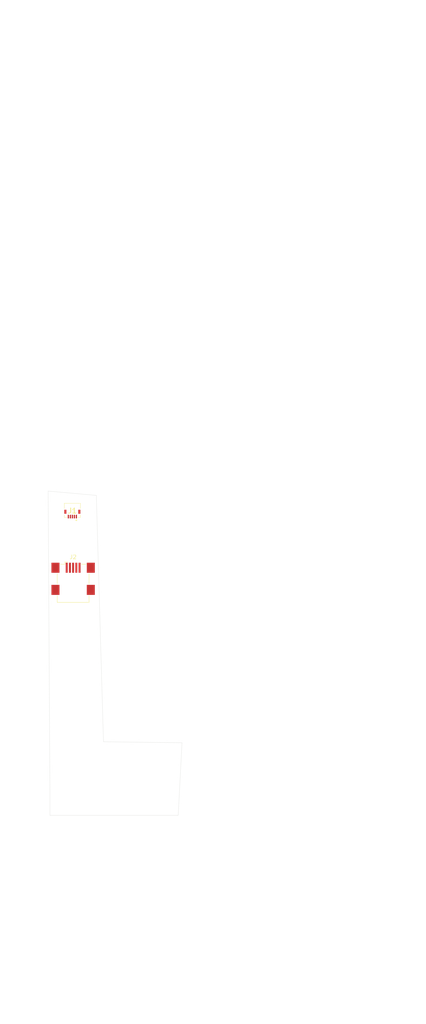
<source format=kicad_pcb>
(kicad_pcb (version 20171130) (host pcbnew "(5.1.10)-1")

  (general
    (thickness 1.6)
    (drawings 1020)
    (tracks 0)
    (zones 0)
    (modules 2)
    (nets 6)
  )

  (page A4)
  (layers
    (0 F.Cu signal)
    (31 B.Cu signal)
    (32 B.Adhes user)
    (33 F.Adhes user)
    (34 B.Paste user)
    (35 F.Paste user)
    (36 B.SilkS user)
    (37 F.SilkS user)
    (38 B.Mask user)
    (39 F.Mask user)
    (40 Dwgs.User user)
    (41 Cmts.User user)
    (42 Eco1.User user)
    (43 Eco2.User user)
    (44 Edge.Cuts user)
    (45 Margin user)
    (46 B.CrtYd user)
    (47 F.CrtYd user)
    (48 B.Fab user)
    (49 F.Fab user)
  )

  (setup
    (last_trace_width 0.25)
    (trace_clearance 0.2)
    (zone_clearance 0.508)
    (zone_45_only no)
    (trace_min 0.2)
    (via_size 0.8)
    (via_drill 0.4)
    (via_min_size 0.4)
    (via_min_drill 0.3)
    (uvia_size 0.3)
    (uvia_drill 0.1)
    (uvias_allowed no)
    (uvia_min_size 0.2)
    (uvia_min_drill 0.1)
    (edge_width 0.05)
    (segment_width 0.2)
    (pcb_text_width 0.3)
    (pcb_text_size 1.5 1.5)
    (mod_edge_width 0.12)
    (mod_text_size 1 1)
    (mod_text_width 0.15)
    (pad_size 1.524 1.524)
    (pad_drill 0.762)
    (pad_to_mask_clearance 0)
    (aux_axis_origin 0 0)
    (visible_elements FFFFFF7F)
    (pcbplotparams
      (layerselection 0x010fc_ffffffff)
      (usegerberextensions false)
      (usegerberattributes true)
      (usegerberadvancedattributes true)
      (creategerberjobfile true)
      (excludeedgelayer true)
      (linewidth 0.100000)
      (plotframeref false)
      (viasonmask false)
      (mode 1)
      (useauxorigin false)
      (hpglpennumber 1)
      (hpglpenspeed 20)
      (hpglpendiameter 15.000000)
      (psnegative false)
      (psa4output false)
      (plotreference true)
      (plotvalue true)
      (plotinvisibletext false)
      (padsonsilk false)
      (subtractmaskfromsilk false)
      (outputformat 1)
      (mirror false)
      (drillshape 1)
      (scaleselection 1)
      (outputdirectory ""))
  )

  (net 0 "")
  (net 1 GND)
  (net 2 /id)
  (net 3 /D+)
  (net 4 /D-)
  (net 5 VCC)

  (net_class Default "This is the default net class."
    (clearance 0.2)
    (trace_width 0.25)
    (via_dia 0.8)
    (via_drill 0.4)
    (uvia_dia 0.3)
    (uvia_drill 0.1)
    (add_net /D+)
    (add_net /D-)
    (add_net /id)
    (add_net GND)
    (add_net VCC)
  )

  (module 59453-051110ECHLF:59453051110ECHLF (layer F.Cu) (tedit 61698D55) (tstamp 616994A4)
    (at 163.83 75.057 180)
    (descr 59453-051110ECHLF-1)
    (tags Connector)
    (path /616991E7)
    (attr smd)
    (fp_text reference J1 (at 0 0.225) (layer F.SilkS)
      (effects (font (size 1.27 1.27) (thickness 0.254)))
    )
    (fp_text value "FFC-FPC Conn" (at 0 0.225) (layer F.SilkS) hide
      (effects (font (size 1.27 1.27) (thickness 0.254)))
    )
    (fp_line (start -2 -1.4) (end 2 -1.4) (layer Dwgs.User) (width 0.2))
    (fp_line (start 2 -1.4) (end 2 2.1) (layer Dwgs.User) (width 0.2))
    (fp_line (start 2 2.1) (end -2 2.1) (layer Dwgs.User) (width 0.2))
    (fp_line (start -2 2.1) (end -2 -1.4) (layer Dwgs.User) (width 0.2))
    (fp_line (start -3 -2.65) (end 3 -2.65) (layer Dwgs.User) (width 0.1))
    (fp_line (start 3 -2.65) (end 3 3.1) (layer Dwgs.User) (width 0.1))
    (fp_line (start 3 3.1) (end -3 3.1) (layer Dwgs.User) (width 0.1))
    (fp_line (start -3 3.1) (end -3 -2.65) (layer Dwgs.User) (width 0.1))
    (fp_line (start -2 0.8) (end -2 2.1) (layer F.SilkS) (width 0.1))
    (fp_line (start -2 2.1) (end 2 2.1) (layer F.SilkS) (width 0.1))
    (fp_line (start 2 2.1) (end 2 0.8) (layer F.SilkS) (width 0.1))
    (fp_line (start -1.4 -1.4) (end -2 -1.4) (layer F.SilkS) (width 0.1))
    (fp_line (start -2 -1.4) (end -2 -0.8) (layer F.SilkS) (width 0.1))
    (fp_line (start 1.4 -1.4) (end 2 -1.4) (layer F.SilkS) (width 0.1))
    (fp_line (start 2 -1.4) (end 2 -0.8) (layer F.SilkS) (width 0.1))
    (fp_line (start -1.1 -2.1) (end -1.1 -2.1) (layer F.SilkS) (width 0.2))
    (fp_line (start -0.9 -2.1) (end -0.9 -2.1) (layer F.SilkS) (width 0.2))
    (fp_arc (start -1 -2.1) (end -1.1 -2.1) (angle -180) (layer F.SilkS) (width 0.2))
    (fp_arc (start -1 -2.1) (end -0.9 -2.1) (angle -180) (layer F.SilkS) (width 0.2))
    (pad 1 smd rect (at -1 -1.2 180) (size 0.3 0.9) (layers F.Cu F.Paste F.Mask)
      (net 1 GND))
    (pad 2 smd rect (at -0.5 -1.2 180) (size 0.3 0.9) (layers F.Cu F.Paste F.Mask)
      (net 2 /id))
    (pad 3 smd rect (at 0 -1.2 180) (size 0.3 0.9) (layers F.Cu F.Paste F.Mask)
      (net 3 /D+))
    (pad 4 smd rect (at 0.5 -1.2 180) (size 0.3 0.9) (layers F.Cu F.Paste F.Mask)
      (net 4 /D-))
    (pad 5 smd rect (at 1 -1.2 180) (size 0.3 0.9) (layers F.Cu F.Paste F.Mask)
      (net 5 VCC))
    (pad 6 smd rect (at -1.74 0 180) (size 0.52 1) (layers F.Cu F.Paste F.Mask)
      (net 1 GND))
    (pad 7 smd rect (at 1.74 0 180) (size 0.52 1) (layers F.Cu F.Paste F.Mask)
      (net 1 GND))
  )

  (module Connector_USB:USB_Mini-B_Wuerth_65100516121_Horizontal (layer F.Cu) (tedit 5D90ED94) (tstamp 616994D4)
    (at 164.0205 91.567)
    (descr "Mini USB 2.0 Type B SMT Horizontal 5 Contacts (https://katalog.we-online.de/em/datasheet/65100516121.pdf)")
    (tags "Mini USB 2.0 Type B")
    (path /6169C090)
    (attr smd)
    (fp_text reference J2 (at 0 -5.25) (layer F.SilkS)
      (effects (font (size 1 1) (thickness 0.15)))
    )
    (fp_text value USB_B_Mini (at 0 7.35) (layer F.Fab)
      (effects (font (size 1 1) (thickness 0.15)))
    )
    (fp_line (start -5.89 4.65) (end -5.9 1.15) (layer F.CrtYd) (width 0.05))
    (fp_line (start -4.35 -0.85) (end -5.9 -0.85) (layer F.CrtYd) (width 0.05))
    (fp_line (start -5.9 1.15) (end -4.35 1.15) (layer F.CrtYd) (width 0.05))
    (fp_line (start -4.35 4.65) (end -5.89 4.65) (layer F.CrtYd) (width 0.05))
    (fp_line (start 5.9 1.15) (end 5.9 4.65) (layer F.CrtYd) (width 0.05))
    (fp_line (start 5.9 -0.85) (end 4.35 -0.85) (layer F.CrtYd) (width 0.05))
    (fp_line (start 4.35 1.15) (end 5.9 1.15) (layer F.CrtYd) (width 0.05))
    (fp_line (start 5.9 4.65) (end 4.35 4.65) (layer F.CrtYd) (width 0.05))
    (fp_line (start 4.35 -0.85) (end 4.35 1.15) (layer F.CrtYd) (width 0.05))
    (fp_line (start -4.35 1.15) (end -4.35 -0.85) (layer F.CrtYd) (width 0.05))
    (fp_line (start 4.35 4.65) (end 4.35 6.4) (layer F.CrtYd) (width 0.05))
    (fp_line (start -4.35 6.4) (end -4.35 4.65) (layer F.CrtYd) (width 0.05))
    (fp_line (start -1.3 -3.35) (end 3.85 -3.35) (layer F.Fab) (width 0.1))
    (fp_line (start -1.6 -2.85) (end -1.3 -3.35) (layer F.Fab) (width 0.1))
    (fp_line (start -1.9 -3.35) (end -1.6 -2.85) (layer F.Fab) (width 0.1))
    (fp_line (start 4.35 6.4) (end -4.35 6.4) (layer F.CrtYd) (width 0.05))
    (fp_line (start 5.9 -4.35) (end 5.9 -0.85) (layer F.CrtYd) (width 0.05))
    (fp_line (start -5.9 -4.35) (end 5.9 -4.35) (layer F.CrtYd) (width 0.05))
    (fp_line (start -5.9 -0.85) (end -5.9 -4.35) (layer F.CrtYd) (width 0.05))
    (fp_line (start 3.96 6.01) (end 3.96 4.35) (layer F.SilkS) (width 0.12))
    (fp_line (start -3.96 6.01) (end 3.96 6.01) (layer F.SilkS) (width 0.12))
    (fp_line (start -3.96 4.35) (end -3.96 6.01) (layer F.SilkS) (width 0.12))
    (fp_line (start 2.05 -3.46) (end 3.2 -3.46) (layer F.SilkS) (width 0.12))
    (fp_line (start -2.05 -4.05) (end -1.35 -4.05) (layer F.SilkS) (width 0.12))
    (fp_line (start -2.05 -3.46) (end -2.05 -4.05) (layer F.SilkS) (width 0.12))
    (fp_line (start -3.2 -3.46) (end -2.05 -3.46) (layer F.SilkS) (width 0.12))
    (fp_line (start 3.96 -1.15) (end 3.96 1.45) (layer F.SilkS) (width 0.12))
    (fp_line (start -3.96 1.45) (end -3.96 -1.15) (layer F.SilkS) (width 0.12))
    (fp_line (start -3.85 5.9) (end -3.85 -3.35) (layer F.Fab) (width 0.1))
    (fp_line (start 3.85 5.9) (end -3.85 5.9) (layer F.Fab) (width 0.1))
    (fp_line (start 3.85 -3.35) (end 3.85 5.9) (layer F.Fab) (width 0.1))
    (fp_line (start -3.85 -3.35) (end -1.9 -3.35) (layer F.Fab) (width 0.1))
    (fp_text user %R (at 0 0) (layer F.Fab)
      (effects (font (size 1 1) (thickness 0.15)))
    )
    (pad 6 smd rect (at -4.4 2.9) (size 2 2.5) (layers F.Cu F.Paste F.Mask)
      (net 1 GND))
    (pad 6 smd rect (at 4.4 2.9) (size 2 2.5) (layers F.Cu F.Paste F.Mask)
      (net 1 GND))
    (pad 6 smd rect (at -4.4 -2.6) (size 2 2.5) (layers F.Cu F.Paste F.Mask)
      (net 1 GND))
    (pad 6 smd rect (at 4.4 -2.6) (size 2 2.5) (layers F.Cu F.Paste F.Mask)
      (net 1 GND))
    (pad 1 smd rect (at -1.6 -2.6) (size 0.5 2.5) (layers F.Cu F.Paste F.Mask)
      (net 5 VCC))
    (pad 2 smd rect (at -0.8 -2.6) (size 0.5 2.5) (layers F.Cu F.Paste F.Mask)
      (net 4 /D-))
    (pad 3 smd rect (at 0 -2.6) (size 0.5 2.5) (layers F.Cu F.Paste F.Mask)
      (net 3 /D+))
    (pad 4 smd rect (at 0.8 -2.6) (size 0.5 2.5) (layers F.Cu F.Paste F.Mask)
      (net 2 /id))
    (pad 5 smd rect (at 1.6 -2.6) (size 0.5 2.5) (layers F.Cu F.Paste F.Mask)
      (net 1 GND))
    (pad "" np_thru_hole circle (at -2.2 0) (size 0.9 0.9) (drill 0.9) (layers *.Cu *.Mask))
    (pad "" np_thru_hole circle (at 2.2 0) (size 0.9 0.9) (drill 0.9) (layers *.Cu *.Mask))
    (model ${KISYS3DMOD}/Connector_USB.3dshapes/USB_Mini-B_Wuerth_65100516121_Horizontal.wrl
      (at (xyz 0 0 0))
      (scale (xyz 1 1 1))
      (rotate (xyz 0 0 0))
    )
  )

  (gr_line (start 169.799 70.993) (end 157.7975 69.9135) (layer Edge.Cuts) (width 0.05))
  (gr_line (start 171.577 132.207) (end 169.799 70.993) (layer Edge.Cuts) (width 0.05))
  (gr_line (start 191.135 132.461) (end 171.577 132.207) (layer Edge.Cuts) (width 0.05))
  (gr_line (start 190.1825 150.495) (end 191.135 132.461) (layer Edge.Cuts) (width 0.05))
  (gr_line (start 158.242 150.495) (end 190.1825 150.495) (layer Edge.Cuts) (width 0.05))
  (gr_line (start 158.242 143.9545) (end 158.242 150.495) (layer Edge.Cuts) (width 0.05))
  (gr_line (start 157.7975 69.9135) (end 158.242 143.9545) (layer Edge.Cuts) (width 0.05))
  (gr_line (start 186.9225 197.037) (end 186.636501 197.18) (layer Dwgs.User) (width 0.1))
  (gr_line (start 186.636501 197.18) (end 186.2075 197.18) (layer Dwgs.User) (width 0.1))
  (gr_line (start 187.0645 196.894) (end 186.9225 197.037) (layer Dwgs.User) (width 0.1))
  (gr_line (start 185.9225 197.037) (end 185.7795 196.894) (layer Dwgs.User) (width 0.1))
  (gr_line (start 186.2075 197.18) (end 185.9225 197.037) (layer Dwgs.User) (width 0.1))
  (gr_line (start 185.7795 195.465) (end 185.9225 195.322) (layer Dwgs.User) (width 0.1))
  (gr_line (start 210.0645 194.464999) (end 210.2075 194.750999) (layer Dwgs.User) (width 0.1))
  (gr_line (start 187.2075 195.751) (end 187.2075 196.608) (layer Dwgs.User) (width 0.1))
  (gr_line (start 187.0645 195.465) (end 187.2075 195.751) (layer Dwgs.User) (width 0.1))
  (gr_line (start 185.636501 195.751) (end 185.7795 195.465) (layer Dwgs.User) (width 0.1))
  (gr_line (start 226.3506 199.568) (end 226.3506 201.14) (layer Dwgs.User) (width 0.1))
  (gr_line (start 231.6364 195.608) (end 231.4935 195.322) (layer Dwgs.User) (width 0.1))
  (gr_line (start 186.9225 195.322) (end 187.0645 195.465) (layer Dwgs.User) (width 0.1))
  (gr_line (start 230.4935 195.322) (end 230.3506 195.608) (layer Dwgs.User) (width 0.1))
  (gr_line (start 185.9225 195.322) (end 186.2075 195.18) (layer Dwgs.User) (width 0.1))
  (gr_line (start 242.9221 197.18) (end 243.0649 197.037) (layer Dwgs.User) (width 0.1))
  (gr_line (start 196.2075 193.894) (end 196.0645 193.750999) (layer Dwgs.User) (width 0.1))
  (gr_line (start 243.0649 200.997) (end 242.9221 200.854) (layer Dwgs.User) (width 0.1))
  (gr_line (start 177.9225 198.18) (end 177.636501 197.751) (layer Dwgs.User) (width 0.1))
  (gr_line (start 209.0645 191.505) (end 209.6365 191.505) (layer Dwgs.User) (width 0.1))
  (gr_line (start 245.6364 201.14) (end 245.9221 200.997) (layer Dwgs.User) (width 0.1))
  (gr_line (start 240.0649 196.894) (end 240.2078 197.037) (layer Dwgs.User) (width 0.1))
  (gr_line (start 177.2075 191.791) (end 177.350501 191.077) (layer Dwgs.User) (width 0.1))
  (gr_line (start 179.9225 199.282) (end 179.636501 199.14) (layer Dwgs.User) (width 0.1))
  (gr_line (start 178.7795 199.282) (end 178.636501 199.568) (layer Dwgs.User) (width 0.1))
  (gr_line (start 186.2075 195.18) (end 186.636501 195.18) (layer Dwgs.User) (width 0.1))
  (gr_line (start 182.4935 195.18) (end 181.9225 195.18) (layer Dwgs.User) (width 0.1))
  (gr_line (start 244.7792 201.14) (end 245.6364 201.14) (layer Dwgs.User) (width 0.1))
  (gr_line (start 240.4935 195.322) (end 240.2078 195.465) (layer Dwgs.User) (width 0.1))
  (gr_line (start 246.0649 197.18) (end 244.2078 197.18) (layer Dwgs.User) (width 0.1))
  (gr_line (start 244.4935 200.997) (end 244.7792 201.14) (layer Dwgs.User) (width 0.1))
  (gr_line (start 226.3506 195.608) (end 226.3506 197.18) (layer Dwgs.User) (width 0.1))
  (gr_line (start 239.9221 195.894) (end 239.9221 196.608) (layer Dwgs.User) (width 0.1))
  (gr_line (start 210.2075 195.465) (end 210.0645 195.751) (layer Dwgs.User) (width 0.1))
  (gr_line (start 182.7795 195.322) (end 182.4935 195.18) (layer Dwgs.User) (width 0.1))
  (gr_line (start 177.4935 190.648) (end 177.636501 190.361999) (layer Dwgs.User) (width 0.1))
  (gr_line (start 232.7792 199.282) (end 232.4935 199.14) (layer Dwgs.User) (width 0.1))
  (gr_line (start 175.2075 202.282) (end 175.0645 202.14) (layer Dwgs.User) (width 0.1))
  (gr_line (start 174.350501 200.282) (end 174.350501 199.711) (layer Dwgs.User) (width 0.1))
  (gr_line (start 194.7795 193.219999) (end 195.0645 193.077) (layer Dwgs.User) (width 0.1))
  (gr_line (start 193.9225 194.18) (end 193.636501 194.322) (layer Dwgs.User) (width 0.1))
  (gr_line (start 228.9221 199.424999) (end 228.7792 199.282) (layer Dwgs.User) (width 0.1))
  (gr_line (start 251.8435 199.782) (end 248.6435 199.782) (layer Dwgs.User) (width 0.1))
  (gr_line (start 182.9225 192.791) (end 182.9225 191.648) (layer Dwgs.User) (width 0.1))
  (gr_line (start 175.0645 197.854) (end 175.2075 197.711) (layer Dwgs.User) (width 0.1))
  (gr_line (start 244.4935 194.322) (end 244.3506 194.464999) (layer Dwgs.User) (width 0.1))
  (gr_line (start 178.636501 199.854) (end 180.0645 200.14) (layer Dwgs.User) (width 0.1))
  (gr_line (start 182.9225 195.608) (end 182.7795 195.322) (layer Dwgs.User) (width 0.1))
  (gr_line (start 244.3506 194.464999) (end 244.2078 194.750999) (layer Dwgs.User) (width 0.1))
  (gr_line (start 244.2078 198.14) (end 245.2078 199.282) (layer Dwgs.User) (width 0.1))
  (gr_line (start 250.2435 198.181999) (end 250.2435 201.382) (layer Dwgs.User) (width 0.1))
  (gr_line (start 240.2078 195.465) (end 240.0649 195.608) (layer Dwgs.User) (width 0.1))
  (gr_line (start 232.9221 199.424999) (end 232.7792 199.282) (layer Dwgs.User) (width 0.1))
  (gr_line (start 187.2075 196.608) (end 187.0645 196.894) (layer Dwgs.User) (width 0.1))
  (gr_line (start 186.636501 195.18) (end 186.9225 195.322) (layer Dwgs.User) (width 0.1))
  (gr_line (start 241.4935 194.18) (end 241.6364 195.608) (layer Dwgs.User) (width 0.1))
  (gr_line (start 196.2075 189.933999) (end 196.0645 189.791) (layer Dwgs.User) (width 0.1))
  (gr_line (start 179.4935 191.219999) (end 179.2075 191.361999) (layer Dwgs.User) (width 0.1))
  (gr_line (start 241.4935 197.037) (end 241.6364 196.894) (layer Dwgs.User) (width 0.1))
  (gr_line (start 175.0645 202.14) (end 174.7795 201.711) (layer Dwgs.User) (width 0.1))
  (gr_line (start 196.4935 194.322) (end 196.2075 193.894) (layer Dwgs.User) (width 0.1))
  (gr_line (start 177.9225 193.894) (end 178.0645 193.750999) (layer Dwgs.User) (width 0.1))
  (gr_line (start 245.9221 194.464999) (end 245.7792 194.322) (layer Dwgs.User) (width 0.1))
  (gr_line (start 230.7792 186.491) (end 230.7792 186.205) (layer Dwgs.User) (width 0.1))
  (gr_line (start 177.636501 197.751) (end 177.4935 197.465) (layer Dwgs.User) (width 0.1))
  (gr_line (start 179.0645 192.648) (end 179.2075 192.361999) (layer Dwgs.User) (width 0.1))
  (gr_line (start 245.9221 200.997) (end 246.0649 200.854) (layer Dwgs.User) (width 0.1))
  (gr_line (start 184.350501 192.791) (end 184.350501 190.219999) (layer Dwgs.User) (width 0.1))
  (gr_line (start 232.4935 191.219999) (end 232.0649 191.219999) (layer Dwgs.User) (width 0.1))
  (gr_line (start 212.0645 194.18) (end 212.3505 194.18) (layer Dwgs.User) (width 0.1))
  (gr_line (start 181.4935 195.894) (end 182.9225 196.18) (layer Dwgs.User) (width 0.1))
  (gr_line (start 211.6365 194.464999) (end 211.7795 194.322) (layer Dwgs.User) (width 0.1))
  (gr_line (start 211.4935 194.750999) (end 211.6365 194.464999) (layer Dwgs.User) (width 0.1))
  (gr_line (start 244.4935 199.424999) (end 244.3506 199.568) (layer Dwgs.User) (width 0.1))
  (gr_line (start 211.4935 192.648) (end 211.3505 192.077) (layer Dwgs.User) (width 0.1))
  (gr_line (start 212.0645 190.219999) (end 212.3505 190.219999) (layer Dwgs.User) (width 0.1))
  (gr_line (start 230.6364 186.777) (end 230.7792 186.491) (layer Dwgs.User) (width 0.1))
  (gr_line (start 177.2075 192.361999) (end 177.2075 191.791) (layer Dwgs.User) (width 0.1))
  (gr_line (start 211.6365 190.505) (end 211.7795 190.361999) (layer Dwgs.User) (width 0.1))
  (gr_line (start 213.0645 196.037) (end 212.9225 196.608) (layer Dwgs.User) (width 0.1))
  (gr_line (start 213.0645 192.077) (end 212.9225 192.648) (layer Dwgs.User) (width 0.1))
  (gr_line (start 212.7795 190.505) (end 212.9225 190.791) (layer Dwgs.User) (width 0.1))
  (gr_line (start 211.7795 190.361999) (end 212.0645 190.219999) (layer Dwgs.User) (width 0.1))
  (gr_line (start 243.0649 197.037) (end 242.9221 196.894) (layer Dwgs.User) (width 0.1))
  (gr_line (start 212.7795 194.464999) (end 212.9225 194.750999) (layer Dwgs.User) (width 0.1))
  (gr_line (start 212.0645 193.219999) (end 211.7795 193.077) (layer Dwgs.User) (width 0.1))
  (gr_line (start 212.6365 193.077) (end 212.3505 193.219999) (layer Dwgs.User) (width 0.1))
  (gr_line (start 211.7795 193.077) (end 211.6365 192.934) (layer Dwgs.User) (width 0.1))
  (gr_line (start 245.2078 199.282) (end 244.7792 199.282) (layer Dwgs.User) (width 0.1))
  (gr_line (start 211.3505 191.361999) (end 211.4935 190.791) (layer Dwgs.User) (width 0.1))
  (gr_line (start 213.0645 191.361999) (end 213.0645 192.077) (layer Dwgs.User) (width 0.1))
  (gr_line (start 244.3506 200.854) (end 244.4935 200.997) (layer Dwgs.User) (width 0.1))
  (gr_line (start 212.6365 190.361999) (end 212.7795 190.505) (layer Dwgs.User) (width 0.1))
  (gr_line (start 244.2078 194.750999) (end 244.2078 195.037) (layer Dwgs.User) (width 0.1))
  (gr_line (start 201.6365 190.219999) (end 201.6365 190.791) (layer Dwgs.User) (width 0.1))
  (gr_line (start 211.4935 190.791) (end 211.6365 190.505) (layer Dwgs.User) (width 0.1))
  (gr_line (start 227.6364 195.608) (end 227.4935 195.322) (layer Dwgs.User) (width 0.1))
  (gr_line (start 212.3505 193.219999) (end 212.0645 193.219999) (layer Dwgs.User) (width 0.1))
  (gr_line (start 212.6365 194.322) (end 212.7795 194.464999) (layer Dwgs.User) (width 0.1))
  (gr_line (start 232.9221 197.18) (end 232.9221 195.18) (layer Dwgs.User) (width 0.1))
  (gr_line (start 211.7795 194.322) (end 212.0645 194.18) (layer Dwgs.User) (width 0.1))
  (gr_line (start 211.6365 196.894) (end 211.4935 196.608) (layer Dwgs.User) (width 0.1))
  (gr_line (start 188.9225 195.18) (end 189.350501 195.18) (layer Dwgs.User) (width 0.1))
  (gr_line (start 213.0645 195.322) (end 213.0645 196.037) (layer Dwgs.User) (width 0.1))
  (gr_line (start 242.9221 201.14) (end 243.0649 200.997) (layer Dwgs.User) (width 0.1))
  (gr_line (start 212.6365 197.037) (end 212.3505 197.18) (layer Dwgs.User) (width 0.1))
  (gr_line (start 212.9225 190.791) (end 213.0645 191.361999) (layer Dwgs.User) (width 0.1))
  (gr_line (start 214.3505 192.934) (end 214.3505 193.219999) (layer Dwgs.User) (width 0.1))
  (gr_line (start 242.9221 200.854) (end 242.7792 200.997) (layer Dwgs.User) (width 0.1))
  (gr_line (start 245.7792 194.322) (end 245.4935 194.18) (layer Dwgs.User) (width 0.1))
  (gr_line (start 212.9225 192.648) (end 212.7795 192.934) (layer Dwgs.User) (width 0.1))
  (gr_line (start 211.3505 196.037) (end 211.3505 195.322) (layer Dwgs.User) (width 0.1))
  (gr_line (start 212.3505 190.219999) (end 212.6365 190.361999) (layer Dwgs.User) (width 0.1))
  (gr_line (start 211.7795 197.037) (end 211.6365 196.894) (layer Dwgs.User) (width 0.1))
  (gr_line (start 242.9221 196.894) (end 242.7792 197.037) (layer Dwgs.User) (width 0.1))
  (gr_line (start 212.9225 194.750999) (end 213.0645 195.322) (layer Dwgs.User) (width 0.1))
  (gr_line (start 212.9225 196.608) (end 212.7795 196.894) (layer Dwgs.User) (width 0.1))
  (gr_line (start 242.7792 197.037) (end 242.9221 197.18) (layer Dwgs.User) (width 0.1))
  (gr_line (start 211.6365 192.934) (end 211.4935 192.648) (layer Dwgs.User) (width 0.1))
  (gr_line (start 246.0649 198.14) (end 244.2078 198.14) (layer Dwgs.User) (width 0.1))
  (gr_circle (center 249.8935 195.822) (end 251.1435 195.822) (layer Dwgs.User) (width 0.1))
  (gr_line (start 212.7795 192.934) (end 212.6365 193.077) (layer Dwgs.User) (width 0.1))
  (gr_line (start 244.7792 194.18) (end 244.4935 194.322) (layer Dwgs.User) (width 0.1))
  (gr_line (start 212.7795 196.894) (end 212.6365 197.037) (layer Dwgs.User) (width 0.1))
  (gr_line (start 211.3505 195.322) (end 211.4935 194.750999) (layer Dwgs.User) (width 0.1))
  (gr_line (start 211.4935 196.608) (end 211.3505 196.037) (layer Dwgs.User) (width 0.1))
  (gr_line (start 212.0645 197.18) (end 211.7795 197.037) (layer Dwgs.User) (width 0.1))
  (gr_line (start 212.3505 197.18) (end 212.0645 197.18) (layer Dwgs.User) (width 0.1))
  (gr_line (start 212.3505 194.18) (end 212.6365 194.322) (layer Dwgs.User) (width 0.1))
  (gr_line (start 230.3506 184.92) (end 230.6364 185.062) (layer Dwgs.User) (width 0.1))
  (gr_line (start 211.3505 192.077) (end 211.3505 191.361999) (layer Dwgs.User) (width 0.1))
  (gr_line (start 242.9221 196.894) (end 242.9221 197.18) (layer Dwgs.User) (width 0.1))
  (gr_line (start 180.350501 193.077) (end 180.0645 193.219999) (layer Dwgs.User) (width 0.1))
  (gr_line (start 186.2075 191.219999) (end 186.636501 191.219999) (layer Dwgs.User) (width 0.1))
  (gr_line (start 216.9225 197.037) (end 216.6365 197.18) (layer Dwgs.User) (width 0.1))
  (gr_line (start 196.4935 198.282) (end 196.2075 197.854) (layer Dwgs.User) (width 0.1))
  (gr_line (start 215.6365 196.037) (end 215.6365 195.322) (layer Dwgs.User) (width 0.1))
  (gr_line (start 229.7792 184.92) (end 230.3506 184.92) (layer Dwgs.User) (width 0.1))
  (gr_line (start 234.3506 192.648) (end 234.2078 192.077) (layer Dwgs.User) (width 0.1))
  (gr_line (start 235.7792 190.791) (end 235.9221 191.361999) (layer Dwgs.User) (width 0.1))
  (gr_line (start 235.2078 190.219999) (end 235.4935 190.361999) (layer Dwgs.User) (width 0.1))
  (gr_line (start 217.2075 196.608) (end 217.0645 196.894) (layer Dwgs.User) (width 0.1))
  (gr_line (start 235.2078 193.219999) (end 234.9221 193.219999) (layer Dwgs.User) (width 0.1))
  (gr_line (start 234.4935 190.505) (end 234.6364 190.361999) (layer Dwgs.User) (width 0.1))
  (gr_line (start 216.6365 194.18) (end 216.9225 194.322) (layer Dwgs.User) (width 0.1))
  (gr_line (start 204.3505 192.934) (end 204.2075 193.077) (layer Dwgs.User) (width 0.1))
  (gr_line (start 216.0645 194.322) (end 216.3505 194.18) (layer Dwgs.User) (width 0.1))
  (gr_line (start 204.2075 191.505) (end 204.3505 191.648) (layer Dwgs.User) (width 0.1))
  (gr_line (start 186.636501 191.219999) (end 186.9225 191.361999) (layer Dwgs.User) (width 0.1))
  (gr_line (start 215.9225 196.894) (end 215.7795 196.608) (layer Dwgs.User) (width 0.1))
  (gr_line (start 217.0645 194.464999) (end 217.2075 194.750999) (layer Dwgs.User) (width 0.1))
  (gr_line (start 215.6365 195.322) (end 215.7795 194.750999) (layer Dwgs.User) (width 0.1))
  (gr_line (start 216.3505 197.18) (end 216.0645 197.037) (layer Dwgs.User) (width 0.1))
  (gr_line (start 208.6365 196.465) (end 208.4935 195.894) (layer Dwgs.User) (width 0.1))
  (gr_line (start 209.6365 194.18) (end 209.9225 194.322) (layer Dwgs.User) (width 0.1))
  (gr_line (start 235.6364 192.934) (end 235.4935 193.077) (layer Dwgs.User) (width 0.1))
  (gr_line (start 235.9221 191.361999) (end 235.9221 192.077) (layer Dwgs.User) (width 0.1))
  (gr_line (start 185.9225 191.361999) (end 186.2075 191.219999) (layer Dwgs.User) (width 0.1))
  (gr_line (start 234.4935 192.934) (end 234.3506 192.648) (layer Dwgs.User) (width 0.1))
  (gr_line (start 234.9221 190.219999) (end 235.2078 190.219999) (layer Dwgs.User) (width 0.1))
  (gr_line (start 234.6364 190.361999) (end 234.9221 190.219999) (layer Dwgs.User) (width 0.1))
  (gr_line (start 216.3505 194.18) (end 216.6365 194.18) (layer Dwgs.User) (width 0.1))
  (gr_line (start 217.3505 195.322) (end 217.3505 196.037) (layer Dwgs.User) (width 0.1))
  (gr_line (start 234.2078 192.077) (end 234.2078 191.361999) (layer Dwgs.User) (width 0.1))
  (gr_line (start 235.4935 190.361999) (end 235.6364 190.505) (layer Dwgs.User) (width 0.1))
  (gr_line (start 234.3506 190.791) (end 234.4935 190.505) (layer Dwgs.User) (width 0.1))
  (gr_line (start 217.2075 194.750999) (end 217.3505 195.322) (layer Dwgs.User) (width 0.1))
  (gr_line (start 217.0645 196.894) (end 216.9225 197.037) (layer Dwgs.User) (width 0.1))
  (gr_line (start 207.2075 195.18) (end 207.3505 194.894) (layer Dwgs.User) (width 0.1))
  (gr_line (start 189.7795 193.219999) (end 189.7795 190.219999) (layer Dwgs.User) (width 0.1))
  (gr_line (start 234.9221 193.219999) (end 234.6364 193.077) (layer Dwgs.User) (width 0.1))
  (gr_line (start 216.0645 197.037) (end 215.9225 196.894) (layer Dwgs.User) (width 0.1))
  (gr_line (start 194.9225 194.322) (end 194.636501 194.18) (layer Dwgs.User) (width 0.1))
  (gr_line (start 227.2078 199.14) (end 226.7792 199.14) (layer Dwgs.User) (width 0.1))
  (gr_line (start 234.6364 193.077) (end 234.4935 192.934) (layer Dwgs.User) (width 0.1))
  (gr_line (start 207.2075 194.464999) (end 207.0645 194.322) (layer Dwgs.User) (width 0.1))
  (gr_line (start 196.9225 195.751) (end 196.7795 195.037) (layer Dwgs.User) (width 0.1))
  (gr_line (start 207.3505 196.037) (end 207.3505 196.608) (layer Dwgs.User) (width 0.1))
  (gr_line (start 180.0645 193.219999) (end 179.4935 193.219999) (layer Dwgs.User) (width 0.1))
  (gr_line (start 179.4935 196.18) (end 179.9225 196.18) (layer Dwgs.User) (width 0.1))
  (gr_line (start 235.7792 192.648) (end 235.6364 192.934) (layer Dwgs.User) (width 0.1))
  (gr_line (start 203.0645 195.18) (end 203.0645 197.18) (layer Dwgs.User) (width 0.1))
  (gr_line (start 234.2078 191.361999) (end 234.3506 190.791) (layer Dwgs.User) (width 0.1))
  (gr_line (start 235.4935 193.077) (end 235.2078 193.219999) (layer Dwgs.User) (width 0.1))
  (gr_line (start 235.9221 192.077) (end 235.7792 192.648) (layer Dwgs.User) (width 0.1))
  (gr_line (start 215.9225 194.464999) (end 216.0645 194.322) (layer Dwgs.User) (width 0.1))
  (gr_line (start 181.4935 191.648) (end 181.4935 191.933999) (layer Dwgs.User) (width 0.1))
  (gr_line (start 203.7795 194.036999) (end 204.4935 196.18) (layer Dwgs.User) (width 0.1))
  (gr_line (start 215.7795 194.750999) (end 215.9225 194.464999) (layer Dwgs.User) (width 0.1))
  (gr_line (start 235.6364 190.505) (end 235.7792 190.791) (layer Dwgs.User) (width 0.1))
  (gr_line (start 217.3505 196.037) (end 217.2075 196.608) (layer Dwgs.User) (width 0.1))
  (gr_line (start 216.9225 194.322) (end 217.0645 194.464999) (layer Dwgs.User) (width 0.1))
  (gr_line (start 215.7795 196.608) (end 215.6365 196.037) (layer Dwgs.User) (width 0.1))
  (gr_line (start 229.4935 185.062) (end 229.7792 184.92) (layer Dwgs.User) (width 0.1))
  (gr_line (start 214.3505 201.14) (end 214.4935 200.997) (layer Dwgs.User) (width 0.1))
  (gr_line (start 207.0645 194.322) (end 206.7795 194.18) (layer Dwgs.User) (width 0.1))
  (gr_line (start 216.6365 197.18) (end 216.3505 197.18) (layer Dwgs.User) (width 0.1))
  (gr_line (start 214.3505 192.934) (end 214.2075 193.077) (layer Dwgs.User) (width 0.1))
  (gr_line (start 242.7792 200.997) (end 242.9221 201.14) (layer Dwgs.User) (width 0.1))
  (gr_line (start 216.2685 87.681) (end 216.2685 90.881) (layer Dwgs.User) (width 0.1))
  (gr_line (start 248.58 92.419) (end 248.5935 -0.7116) (layer Dwgs.User) (width 0.1))
  (gr_line (start 244.7792 199.282) (end 244.4935 199.424999) (layer Dwgs.User) (width 0.1))
  (gr_line (start 217.3505 191.361999) (end 217.3505 192.077) (layer Dwgs.User) (width 0.1))
  (gr_line (start 217.2075 190.791) (end 217.3505 191.361999) (layer Dwgs.User) (width 0.1))
  (gr_line (start 176.6445 92.634) (end 176.6445 95.834) (layer Dwgs.User) (width 0.1))
  (gr_line (start 216.6365 193.219999) (end 216.3505 193.219999) (layer Dwgs.User) (width 0.1))
  (gr_line (start 197.2185 169.913) (end 197.2185 173.113) (layer Dwgs.User) (width 0.1))
  (gr_line (start 248.5935 130.862) (end 248.58 92.419) (layer Dwgs.User) (width 0.1))
  (gr_line (start 242.9221 193.219999) (end 243.0649 193.077) (layer Dwgs.User) (width 0.1))
  (gr_line (start 237.2078 192.648) (end 237.0649 192.077) (layer Dwgs.User) (width 0.1))
  (gr_line (start 216.9225 190.361999) (end 217.0645 190.505) (layer Dwgs.User) (width 0.1))
  (gr_line (start 242.9221 200.854) (end 242.9221 201.14) (layer Dwgs.User) (width 0.1))
  (gr_line (start 238.4935 192.934) (end 238.3506 193.077) (layer Dwgs.User) (width 0.1))
  (gr_line (start 186.6265 143.574) (end 183.4255 143.574) (layer Dwgs.User) (width 0.1))
  (gr_line (start 244.2078 195.037) (end 244.3506 195.465) (layer Dwgs.User) (width 0.1))
  (gr_line (start 240.4935 190.219999) (end 240.2078 190.361999) (layer Dwgs.User) (width 0.1))
  (gr_line (start 215.7795 192.648) (end 215.6365 192.077) (layer Dwgs.User) (width 0.1))
  (gr_line (start 209.7435 56.288) (end 209.7435 89.603) (layer Dwgs.User) (width 0.1))
  (gr_line (start 217.0645 192.934) (end 216.9225 193.077) (layer Dwgs.User) (width 0.1))
  (gr_line (start 184.7435 89.603) (end 184.7435 56.288) (layer Dwgs.User) (width 0.1))
  (gr_line (start 244.2078 199.854) (end 244.2078 200.568) (layer Dwgs.User) (width 0.1))
  (gr_line (start 217.3505 192.077) (end 217.2075 192.648) (layer Dwgs.User) (width 0.1))
  (gr_line (start 196.6365 201.424999) (end 196.7795 200.997) (layer Dwgs.User) (width 0.1))
  (gr_line (start 216.3505 193.219999) (end 216.0645 193.077) (layer Dwgs.User) (width 0.1))
  (gr_line (start 244.2078 200.568) (end 244.3506 200.854) (layer Dwgs.User) (width 0.1))
  (gr_line (start 238.7792 192.077) (end 238.6364 192.648) (layer Dwgs.User) (width 0.1))
  (gr_line (start 216.3505 190.219999) (end 216.6365 190.219999) (layer Dwgs.User) (width 0.1))
  (gr_line (start 237.4935 193.077) (end 237.3506 192.934) (layer Dwgs.User) (width 0.1))
  (gr_line (start 243.0649 193.077) (end 242.9221 192.934) (layer Dwgs.User) (width 0.1))
  (gr_line (start 215.6365 191.361999) (end 215.7795 190.791) (layer Dwgs.User) (width 0.1))
  (gr_line (start 215.6365 192.077) (end 215.6365 191.361999) (layer Dwgs.User) (width 0.1))
  (gr_line (start 214.3505 193.219999) (end 214.4935 193.077) (layer Dwgs.User) (width 0.1))
  (gr_line (start 244.3506 195.465) (end 246.0649 197.18) (layer Dwgs.User) (width 0.1))
  (gr_line (start 151.8785 116.42) (end 146.9895 116.459) (layer Dwgs.User) (width 0.1))
  (gr_line (start 237.4935 190.361999) (end 237.7792 190.219999) (layer Dwgs.User) (width 0.1))
  (gr_line (start 237.7792 190.219999) (end 238.0649 190.219999) (layer Dwgs.User) (width 0.1))
  (gr_line (start 217.0645 190.505) (end 217.2075 190.791) (layer Dwgs.User) (width 0.1))
  (gr_line (start 231.7792 191.361999) (end 231.6364 191.648) (layer Dwgs.User) (width 0.1))
  (gr_line (start 244.3506 199.568) (end 244.2078 199.854) (layer Dwgs.User) (width 0.1))
  (gr_line (start 238.3506 193.077) (end 238.0649 193.219999) (layer Dwgs.User) (width 0.1))
  (gr_line (start 217.2075 192.648) (end 217.0645 192.934) (layer Dwgs.User) (width 0.1))
  (gr_line (start 239.9221 191.077) (end 240.0649 191.505) (layer Dwgs.User) (width 0.1))
  (gr_line (start 215.9225 190.505) (end 216.0645 190.361999) (layer Dwgs.User) (width 0.1))
  (gr_line (start 237.0649 192.077) (end 237.0649 191.361999) (layer Dwgs.User) (width 0.1))
  (gr_line (start 216.6365 190.219999) (end 216.9225 190.361999) (layer Dwgs.User) (width 0.1))
  (gr_line (start 237.7792 193.219999) (end 237.4935 193.077) (layer Dwgs.User) (width 0.1))
  (gr_line (start 238.6364 192.648) (end 238.4935 192.934) (layer Dwgs.User) (width 0.1))
  (gr_line (start 238.7792 191.361999) (end 238.7792 192.077) (layer Dwgs.User) (width 0.1))
  (gr_line (start 216.0645 190.361999) (end 216.3505 190.219999) (layer Dwgs.User) (width 0.1))
  (gr_line (start 238.6364 190.791) (end 238.7792 191.361999) (layer Dwgs.User) (width 0.1))
  (gr_line (start 238.4935 190.505) (end 238.6364 190.791) (layer Dwgs.User) (width 0.1))
  (gr_line (start 238.3506 190.361999) (end 238.4935 190.505) (layer Dwgs.User) (width 0.1))
  (gr_line (start 238.0649 190.219999) (end 238.3506 190.361999) (layer Dwgs.User) (width 0.1))
  (gr_line (start 237.0649 191.361999) (end 237.2078 190.791) (layer Dwgs.User) (width 0.1))
  (gr_line (start 237.3506 190.505) (end 237.4935 190.361999) (layer Dwgs.User) (width 0.1))
  (gr_line (start 215.9225 192.934) (end 215.7795 192.648) (layer Dwgs.User) (width 0.1))
  (gr_line (start 237.3506 192.934) (end 237.2078 192.648) (layer Dwgs.User) (width 0.1))
  (gr_line (start 216.0645 193.077) (end 215.9225 192.934) (layer Dwgs.User) (width 0.1))
  (gr_line (start 237.2078 190.791) (end 237.3506 190.505) (layer Dwgs.User) (width 0.1))
  (gr_line (start 238.0649 193.219999) (end 237.7792 193.219999) (layer Dwgs.User) (width 0.1))
  (gr_line (start 214.4935 193.077) (end 214.3505 192.934) (layer Dwgs.User) (width 0.1))
  (gr_line (start 215.7795 190.791) (end 215.9225 190.505) (layer Dwgs.User) (width 0.1))
  (gr_line (start 216.9225 193.077) (end 216.6365 193.219999) (layer Dwgs.User) (width 0.1))
  (gr_line (start 214.2075 193.077) (end 214.3505 193.219999) (layer Dwgs.User) (width 0.1))
  (gr_line (start 245.4935 194.18) (end 244.7792 194.18) (layer Dwgs.User) (width 0.1))
  (gr_line (start 241.2078 190.219999) (end 240.4935 190.219999) (layer Dwgs.User) (width 0.1))
  (gr_line (start 179.9225 192.219999) (end 180.2075 192.077) (layer Dwgs.User) (width 0.1))
  (gr_line (start 188.4935 195.608) (end 188.636501 195.322) (layer Dwgs.User) (width 0.1))
  (gr_line (start 177.350501 197.037) (end 177.2075 196.322) (layer Dwgs.User) (width 0.1))
  (gr_line (start 227.7792 199.282) (end 227.6364 199.568) (layer Dwgs.User) (width 0.1))
  (gr_line (start 232.0649 199.14) (end 231.7792 199.282) (layer Dwgs.User) (width 0.1))
  (gr_line (start 185.7795 196.894) (end 185.636501 196.608) (layer Dwgs.User) (width 0.1))
  (gr_line (start 205.9225 193.077) (end 205.7795 192.934) (layer Dwgs.User) (width 0.1))
  (gr_line (start 196.7795 191.077) (end 196.6365 190.648) (layer Dwgs.User) (width 0.1))
  (gr_line (start 194.7795 198.854) (end 195.0645 198.997) (layer Dwgs.User) (width 0.1))
  (gr_line (start 189.636501 195.322) (end 189.7795 195.465) (layer Dwgs.User) (width 0.1))
  (gr_line (start 188.636501 195.322) (end 188.9225 195.18) (layer Dwgs.User) (width 0.1))
  (gr_line (start 205.9225 195.608) (end 206.2075 195.465) (layer Dwgs.User) (width 0.1))
  (gr_line (start 203.0645 190.219999) (end 203.6365 190.219999) (layer Dwgs.User) (width 0.1))
  (gr_line (start 179.2075 197.037) (end 179.0645 196.751) (layer Dwgs.User) (width 0.1))
  (gr_line (start 181.4935 191.933999) (end 182.9225 192.219999) (layer Dwgs.User) (width 0.1))
  (gr_line (start 203.3505 191.361999) (end 203.9225 191.361999) (layer Dwgs.User) (width 0.1))
  (gr_line (start 189.636501 191.361999) (end 189.7795 191.505) (layer Dwgs.User) (width 0.1))
  (gr_line (start 185.636501 196.608) (end 185.636501 195.751) (layer Dwgs.User) (width 0.1))
  (gr_line (start 203.6365 190.219999) (end 203.9225 190.361999) (layer Dwgs.User) (width 0.1))
  (gr_line (start 239.9221 198.997) (end 240.0649 199.424999) (layer Dwgs.User) (width 0.1))
  (gr_line (start 181.4935 195.608) (end 181.4935 195.894) (layer Dwgs.User) (width 0.1))
  (gr_line (start 178.0645 194.361999) (end 177.9225 194.219999) (layer Dwgs.User) (width 0.1))
  (gr_line (start 182.4935 191.219999) (end 181.9225 191.219999) (layer Dwgs.User) (width 0.1))
  (gr_line (start 210.0645 190.505) (end 209.9225 190.361999) (layer Dwgs.User) (width 0.1))
  (gr_line (start 205.9225 195.322) (end 206.2075 195.465) (layer Dwgs.User) (width 0.1))
  (gr_line (start 205.7795 192.934) (end 205.6365 192.648) (layer Dwgs.User) (width 0.1))
  (gr_line (start 209.6365 193.219999) (end 209.0645 193.219999) (layer Dwgs.User) (width 0.1))
  (gr_line (start 205.9225 190.219999) (end 206.4935 190.219999) (layer Dwgs.User) (width 0.1))
  (gr_line (start 207.2075 190.933999) (end 207.3505 191.505) (layer Dwgs.User) (width 0.1))
  (gr_line (start 196.0645 198.322) (end 196.2075 198.18) (layer Dwgs.User) (width 0.1))
  (gr_line (start 232.9221 195.465) (end 232.7792 195.322) (layer Dwgs.User) (width 0.1))
  (gr_line (start 180.0645 199.568) (end 179.9225 199.282) (layer Dwgs.User) (width 0.1))
  (gr_line (start 205.6365 194.750999) (end 205.6365 194.894) (layer Dwgs.User) (width 0.1))
  (gr_line (start 209.3505 197.18) (end 209.0645 197.037) (layer Dwgs.User) (width 0.1))
  (gr_line (start 234.0649 186.919999) (end 234.0649 183.919999) (layer Dwgs.User) (width 0.1))
  (gr_line (start 205.9225 191.505) (end 206.2075 191.361999) (layer Dwgs.User) (width 0.1))
  (gr_line (start 208.6365 190.505) (end 208.4935 190.791) (layer Dwgs.User) (width 0.1))
  (gr_line (start 181.9225 197.18) (end 182.4935 197.18) (layer Dwgs.User) (width 0.1))
  (gr_line (start 209.0645 194.18) (end 209.6365 194.18) (layer Dwgs.User) (width 0.1))
  (gr_line (start 206.9225 190.505) (end 207.2075 190.933999) (layer Dwgs.User) (width 0.1))
  (gr_line (start 208.4935 192.077) (end 208.6365 191.791) (layer Dwgs.User) (width 0.1))
  (gr_line (start 193.4935 192.934) (end 193.636501 193.077) (layer Dwgs.User) (width 0.1))
  (gr_line (start 194.350501 191.361999) (end 193.9225 191.361999) (layer Dwgs.User) (width 0.1))
  (gr_line (start 209.0645 196.037) (end 208.7795 195.894) (layer Dwgs.User) (width 0.1))
  (gr_line (start 202.7795 192.648) (end 202.7795 191.933999) (layer Dwgs.User) (width 0.1))
  (gr_line (start 183.9225 197.18) (end 184.2075 197.037) (layer Dwgs.User) (width 0.1))
  (gr_line (start 209.6365 191.505) (end 209.9225 191.361999) (layer Dwgs.User) (width 0.1))
  (gr_line (start 228.7792 195.322) (end 228.4935 195.18) (layer Dwgs.User) (width 0.1))
  (gr_line (start 180.350501 191.791) (end 180.350501 191.648) (layer Dwgs.User) (width 0.1))
  (gr_line (start 229.3506 185.348) (end 229.4935 185.062) (layer Dwgs.User) (width 0.1))
  (gr_line (start 208.4935 192.648) (end 208.4935 192.077) (layer Dwgs.User) (width 0.1))
  (gr_line (start 229.6364 185.777) (end 229.3506 185.634) (layer Dwgs.User) (width 0.1))
  (gr_line (start 196.2075 194.219999) (end 196.4935 193.791) (layer Dwgs.User) (width 0.1))
  (gr_line (start 201.6365 194.18) (end 201.6365 194.750999) (layer Dwgs.User) (width 0.1))
  (gr_line (start 230.7792 186.205) (end 230.6364 185.919999) (layer Dwgs.User) (width 0.1))
  (gr_line (start 230.3506 186.919999) (end 230.6364 186.777) (layer Dwgs.User) (width 0.1))
  (gr_line (start 210.0645 191.791) (end 210.2075 192.077) (layer Dwgs.User) (width 0.1))
  (gr_line (start 209.9225 194.322) (end 210.0645 194.464999) (layer Dwgs.User) (width 0.1))
  (gr_line (start 193.636501 191.505) (end 193.4935 191.648) (layer Dwgs.User) (width 0.1))
  (gr_line (start 214.3505 196.894) (end 214.3505 197.18) (layer Dwgs.User) (width 0.1))
  (gr_line (start 179.0645 196.608) (end 179.2075 196.322) (layer Dwgs.User) (width 0.1))
  (gr_line (start 208.7795 191.361999) (end 209.0645 191.505) (layer Dwgs.User) (width 0.1))
  (gr_line (start 184.2075 193.077) (end 184.350501 192.791) (layer Dwgs.User) (width 0.1))
  (gr_line (start 232.7792 195.322) (end 232.4935 195.18) (layer Dwgs.User) (width 0.1))
  (gr_line (start 189.350501 191.219999) (end 189.636501 191.361999) (layer Dwgs.User) (width 0.1))
  (gr_line (start 151.8785 97.619999) (end 151.8785 116.42) (layer Dwgs.User) (width 0.1))
  (gr_line (start 244.2078 184.634) (end 244.3506 184.348) (layer Dwgs.User) (width 0.1))
  (gr_line (start 145.9235 117.521) (end 145.8935 130.862) (layer Dwgs.User) (width 0.1))
  (gr_line (start 245.0649 186.919999) (end 244.6364 186.777) (layer Dwgs.User) (width 0.1))
  (gr_line (start 205.6005 -50.114001) (end 205.6005 -46.914) (layer Dwgs.User) (width 0.1))
  (gr_line (start 239.3506 186.777) (end 239.4935 186.491) (layer Dwgs.User) (width 0.1))
  (gr_line (start 189.3445 44.501) (end 189.3445 47.701) (layer Dwgs.User) (width 0.1))
  (gr_line (start 240.0649 191.505) (end 241.7792 193.219999) (layer Dwgs.User) (width 0.1))
  (gr_line (start 153.743501 61.849) (end 167.7435 61.849) (layer Dwgs.User) (width 0.1))
  (gr_line (start 246.0649 193.219999) (end 244.2078 193.219999) (layer Dwgs.User) (width 0.1))
  (gr_line (start 242.605 61.944) (end 240.405 64.144) (layer Dwgs.User) (width 0.1))
  (gr_line (start 244.2078 190.791) (end 244.2078 191.077) (layer Dwgs.User) (width 0.1))
  (gr_line (start 244.3506 184.348) (end 244.6364 184.062) (layer Dwgs.User) (width 0.1))
  (gr_line (start 244.6364 186.777) (end 244.3506 186.491) (layer Dwgs.User) (width 0.1))
  (gr_line (start 151.3075 71.628) (end 146.8805 71.619) (layer Dwgs.User) (width 0.1))
  (gr_line (start 180.0645 200.711) (end 180.0645 199.568) (layer Dwgs.User) (width 0.1))
  (gr_circle (center 229.2435 50.788) (end 238.7435 50.788) (layer Dwgs.User) (width 0.1))
  (gr_arc (start 167.7435 43.849) (end 171.7435 43.849) (angle -90) (layer Dwgs.User) (width 0.1))
  (gr_line (start 245.7792 186.919999) (end 245.0649 186.919999) (layer Dwgs.User) (width 0.1))
  (gr_line (start 177.350501 199.997) (end 177.4935 199.711) (layer Dwgs.User) (width 0.1))
  (gr_line (start 198.8185 171.513) (end 195.6185 171.513) (layer Dwgs.User) (width 0.1))
  (gr_line (start 245.7792 183.919999) (end 245.7792 186.919999) (layer Dwgs.User) (width 0.1))
  (gr_arc (start 153.743501 57.849) (end 149.743501 57.849) (angle -90) (layer Dwgs.User) (width 0.1))
  (gr_line (start 242.4935 185.062) (end 242.2078 184.92) (layer Dwgs.User) (width 0.1))
  (gr_line (start 237.9221 186.491) (end 237.9221 183.919999) (layer Dwgs.User) (width 0.1))
  (gr_line (start 171.7435 57.849) (end 171.7435 43.849) (layer Dwgs.User) (width 0.1))
  (gr_line (start 244.2078 186.205) (end 244.0649 185.634) (layer Dwgs.User) (width 0.1))
  (gr_line (start 244.3506 186.491) (end 244.2078 186.205) (layer Dwgs.User) (width 0.1))
  (gr_arc (start 197.2435 -0.7116) (end 248.5935 -0.7116) (angle -180) (layer Dwgs.User) (width 0.1))
  (gr_line (start 240.7792 184.062) (end 240.9221 183.919999) (layer Dwgs.User) (width 0.1))
  (gr_line (start 240.9221 183.919999) (end 240.9221 184.205) (layer Dwgs.User) (width 0.1))
  (gr_line (start 245.0649 183.919999) (end 245.7792 183.919999) (layer Dwgs.User) (width 0.1))
  (gr_line (start 244.6364 184.062) (end 245.0649 183.919999) (layer Dwgs.User) (width 0.1))
  (gr_line (start 218.1055 61.919) (end 215.9055 64.119) (layer Dwgs.User) (width 0.1))
  (gr_line (start 217.8685 89.281) (end 214.6675 89.281) (layer Dwgs.User) (width 0.1))
  (gr_line (start 244.3506 191.505) (end 246.0649 193.219999) (layer Dwgs.User) (width 0.1))
  (gr_line (start 244.0649 185.205) (end 244.2078 184.634) (layer Dwgs.User) (width 0.1))
  (gr_line (start 177.4935 197.465) (end 177.350501 197.037) (layer Dwgs.User) (width 0.1))
  (gr_line (start 151.3075 93.228) (end 151.3075 71.628) (layer Dwgs.User) (width 0.1))
  (gr_line (start 216.2685 68.758) (end 216.2685 71.958) (layer Dwgs.User) (width 0.1))
  (gr_arc (start 205.7435 56.288) (end 209.7435 56.288) (angle -90) (layer Dwgs.User) (width 0.1))
  (gr_line (start 229.73 131.623) (end 229.73 134.823) (layer Dwgs.User) (width 0.1))
  (gr_line (start 242.2078 184.92) (end 241.9221 184.92) (layer Dwgs.User) (width 0.1))
  (gr_line (start 250.8435 190.762) (end 248.6435 192.962) (layer Dwgs.User) (width 0.1))
  (gr_line (start 240.405 37.469) (end 242.605 39.669) (layer Dwgs.User) (width 0.1))
  (gr_arc (start 146.8805 70.619) (end 145.8805 70.619) (angle -90) (layer Dwgs.User) (width 0.1))
  (gr_circle (center 160.7055 64.369) (end 161.9555 64.369) (layer Dwgs.User) (width 0.1))
  (gr_line (start 242.605 37.469) (end 240.405 39.669) (layer Dwgs.User) (width 0.1))
  (gr_line (start 149.743501 43.849) (end 149.743501 57.849) (layer Dwgs.User) (width 0.1))
  (gr_circle (center 160.7295 37.369) (end 161.9795 37.369) (layer Dwgs.User) (width 0.1))
  (gr_line (start 190.9435 46.101) (end 187.7445 46.101) (layer Dwgs.User) (width 0.1))
  (gr_line (start 244.3506 190.505) (end 244.2078 190.791) (layer Dwgs.User) (width 0.1))
  (gr_line (start 164.7055 131.623) (end 164.7055 134.823) (layer Dwgs.User) (width 0.1))
  (gr_line (start 217.8685 70.358) (end 214.6675 70.358) (layer Dwgs.User) (width 0.1))
  (gr_line (start 242.7792 193.077) (end 242.9221 193.219999) (layer Dwgs.User) (width 0.1))
  (gr_line (start 244.4935 190.361999) (end 244.3506 190.505) (layer Dwgs.User) (width 0.1))
  (gr_line (start 244.7792 190.219999) (end 244.4935 190.361999) (layer Dwgs.User) (width 0.1))
  (gr_arc (start 167.7435 57.849) (end 167.7435 61.849) (angle -90) (layer Dwgs.User) (width 0.1))
  (gr_line (start 244.0649 185.634) (end 244.0649 185.205) (layer Dwgs.User) (width 0.1))
  (gr_line (start 145.8805 94.219) (end 145.8625 96.619999) (layer Dwgs.User) (width 0.1))
  (gr_line (start 240.2078 190.361999) (end 240.0649 190.505) (layer Dwgs.User) (width 0.1))
  (gr_arc (start 153.743501 43.849) (end 153.743501 39.849) (angle -90) (layer Dwgs.User) (width 0.1))
  (gr_line (start 167.7435 39.849) (end 153.743501 39.849) (layer Dwgs.User) (width 0.1))
  (gr_line (start 179.2075 192.361999) (end 179.4935 192.219999) (layer Dwgs.User) (width 0.1))
  (gr_line (start 231.2078 195.18) (end 230.7792 195.18) (layer Dwgs.User) (width 0.1))
  (gr_line (start 188.4935 193.219999) (end 188.4935 191.648) (layer Dwgs.User) (width 0.1))
  (gr_line (start 205.6365 194.894) (end 205.7795 195.18) (layer Dwgs.User) (width 0.1))
  (gr_line (start 180.350501 197.037) (end 180.0645 197.18) (layer Dwgs.User) (width 0.1))
  (gr_line (start 230.3506 185.777) (end 229.6364 185.777) (layer Dwgs.User) (width 0.1))
  (gr_line (start 177.636501 194.322) (end 177.9225 193.894) (layer Dwgs.User) (width 0.1))
  (gr_line (start 209.0645 193.219999) (end 208.7795 193.077) (layer Dwgs.User) (width 0.1))
  (gr_line (start 182.9225 191.648) (end 182.7795 191.361999) (layer Dwgs.User) (width 0.1))
  (gr_line (start 196.6365 197.465) (end 196.7795 197.037) (layer Dwgs.User) (width 0.1))
  (gr_line (start 179.9225 196.18) (end 180.2075 196.037) (layer Dwgs.User) (width 0.1))
  (gr_line (start 206.7795 195.465) (end 207.0645 195.322) (layer Dwgs.User) (width 0.1))
  (gr_line (start 204.2075 193.077) (end 203.9225 193.219999) (layer Dwgs.User) (width 0.1))
  (gr_line (start 196.9225 191.791) (end 196.7795 191.077) (layer Dwgs.User) (width 0.1))
  (gr_line (start 180.350501 195.608) (end 180.2075 195.322) (layer Dwgs.User) (width 0.1))
  (gr_line (start 174.350501 199.711) (end 174.4935 198.997) (layer Dwgs.User) (width 0.1))
  (gr_line (start 180.350501 191.648) (end 180.2075 191.361999) (layer Dwgs.User) (width 0.1))
  (gr_line (start 196.4935 190.361999) (end 196.2075 189.933999) (layer Dwgs.User) (width 0.1))
  (gr_line (start 179.0645 196.751) (end 179.0645 196.608) (layer Dwgs.User) (width 0.1))
  (gr_line (start 193.350501 192.648) (end 193.4935 192.934) (layer Dwgs.User) (width 0.1))
  (gr_line (start 229.3506 186.919999) (end 229.3506 185.348) (layer Dwgs.User) (width 0.1))
  (gr_line (start 205.6365 196.037) (end 205.7795 195.751) (layer Dwgs.User) (width 0.1))
  (gr_line (start 174.7795 198.282) (end 175.0645 197.854) (layer Dwgs.User) (width 0.1))
  (gr_line (start 206.7795 194.18) (end 206.2075 194.18) (layer Dwgs.User) (width 0.1))
  (gr_line (start 179.2075 196.322) (end 179.4935 196.18) (layer Dwgs.User) (width 0.1))
  (gr_line (start 177.9225 194.219999) (end 177.636501 193.791) (layer Dwgs.User) (width 0.1))
  (gr_line (start 227.6364 195.608) (end 227.6364 197.18) (layer Dwgs.User) (width 0.1))
  (gr_line (start 207.0645 193.077) (end 206.7795 193.219999) (layer Dwgs.User) (width 0.1))
  (gr_line (start 177.350501 193.077) (end 177.2075 192.361999) (layer Dwgs.User) (width 0.1))
  (gr_line (start 176.636501 201.14) (end 176.350501 200.997) (layer Dwgs.User) (width 0.1))
  (gr_line (start 182.4935 197.18) (end 182.7795 197.037) (layer Dwgs.User) (width 0.1))
  (gr_line (start 214.2075 200.997) (end 214.3505 201.14) (layer Dwgs.User) (width 0.1))
  (gr_line (start 208.7795 195.894) (end 208.6365 195.751) (layer Dwgs.User) (width 0.1))
  (gr_line (start 220.4935 194.036999) (end 223.0645 197.894) (layer Dwgs.User) (width 0.1))
  (gr_line (start 210.0645 192.934) (end 209.9225 193.077) (layer Dwgs.User) (width 0.1))
  (gr_line (start 180.2075 196.037) (end 180.350501 195.751) (layer Dwgs.User) (width 0.1))
  (gr_line (start 229.6364 186.919999) (end 230.3506 186.919999) (layer Dwgs.User) (width 0.1))
  (gr_line (start 208.6365 192.934) (end 208.4935 192.648) (layer Dwgs.User) (width 0.1))
  (gr_line (start 209.9225 191.361999) (end 210.0645 191.219999) (layer Dwgs.User) (width 0.1))
  (gr_line (start 195.0645 194.464999) (end 194.9225 194.322) (layer Dwgs.User) (width 0.1))
  (gr_line (start 214.4935 197.037) (end 214.3505 196.894) (layer Dwgs.User) (width 0.1))
  (gr_line (start 206.7795 191.361999) (end 207.0645 191.505) (layer Dwgs.User) (width 0.1))
  (gr_line (start 206.2075 194.18) (end 205.9225 194.322) (layer Dwgs.User) (width 0.1))
  (gr_line (start 214.4935 200.997) (end 214.3505 200.854) (layer Dwgs.User) (width 0.1))
  (gr_line (start 181.9225 191.219999) (end 181.636501 191.361999) (layer Dwgs.User) (width 0.1))
  (gr_line (start 182.7795 193.077) (end 182.9225 192.791) (layer Dwgs.User) (width 0.1))
  (gr_line (start 210.0645 195.751) (end 209.9225 195.894) (layer Dwgs.User) (width 0.1))
  (gr_line (start 220.4935 197.997) (end 223.0645 201.854) (layer Dwgs.User) (width 0.1))
  (gr_line (start 209.6365 191.505) (end 209.9225 191.648) (layer Dwgs.User) (width 0.1))
  (gr_line (start 231.6364 199.568) (end 231.6364 201.14) (layer Dwgs.User) (width 0.1))
  (gr_line (start 183.9225 193.219999) (end 184.2075 193.077) (layer Dwgs.User) (width 0.1))
  (gr_line (start 179.4935 195.18) (end 179.2075 195.322) (layer Dwgs.User) (width 0.1))
  (gr_line (start 181.636501 195.322) (end 181.4935 195.608) (layer Dwgs.User) (width 0.1))
  (gr_line (start 176.2075 200.568) (end 176.350501 200.282) (layer Dwgs.User) (width 0.1))
  (gr_circle (center 197.2435 113.288) (end 208.7435 113.288) (layer Dwgs.User) (width 0.1))
  (gr_line (start 204.4935 191.505) (end 204.4935 192.648) (layer Dwgs.User) (width 0.1))
  (gr_line (start 193.9225 191.361999) (end 193.636501 191.505) (layer Dwgs.User) (width 0.1))
  (gr_line (start 194.636501 194.18) (end 193.9225 194.18) (layer Dwgs.User) (width 0.1))
  (gr_line (start 240.0649 199.424999) (end 241.7792 201.14) (layer Dwgs.User) (width 0.1))
  (gr_line (start 179.0645 201.14) (end 179.636501 201.14) (layer Dwgs.User) (width 0.1))
  (gr_line (start 228.0649 195.18) (end 227.7792 195.322) (layer Dwgs.User) (width 0.1))
  (gr_line (start 174.4935 200.997) (end 174.350501 200.282) (layer Dwgs.User) (width 0.1))
  (gr_line (start 230.3506 199.568) (end 230.3506 201.14) (layer Dwgs.User) (width 0.1))
  (gr_line (start 196.4935 193.791) (end 196.6365 193.505) (layer Dwgs.User) (width 0.1))
  (gr_line (start 179.636501 201.14) (end 179.9225 200.997) (layer Dwgs.User) (width 0.1))
  (gr_line (start 231.4935 195.322) (end 231.2078 195.18) (layer Dwgs.User) (width 0.1))
  (gr_line (start 196.2075 197.854) (end 196.0645 197.711) (layer Dwgs.User) (width 0.1))
  (gr_line (start 205.6365 191.933999) (end 205.7795 191.648) (layer Dwgs.User) (width 0.1))
  (gr_line (start 241.2078 195.322) (end 240.4935 195.322) (layer Dwgs.User) (width 0.1))
  (gr_line (start 176.636501 199.14) (end 176.350501 199.282) (layer Dwgs.User) (width 0.1))
  (gr_line (start 233.0649 186.062) (end 232.0649 183.919999) (layer Dwgs.User) (width 0.1))
  (gr_line (start 240.4935 198.14) (end 240.2078 198.282) (layer Dwgs.User) (width 0.1))
  (gr_line (start 205.9225 194.322) (end 205.7795 194.464999) (layer Dwgs.User) (width 0.1))
  (gr_line (start 177.350501 195.037) (end 177.4935 194.608) (layer Dwgs.User) (width 0.1))
  (gr_line (start 203.3505 193.219999) (end 203.0645 193.077) (layer Dwgs.User) (width 0.1))
  (gr_line (start 228.9221 201.14) (end 228.9221 199.14) (layer Dwgs.User) (width 0.1))
  (gr_line (start 226.7792 199.14) (end 226.4935 199.282) (layer Dwgs.User) (width 0.1))
  (gr_line (start 231.7792 199.282) (end 231.6364 199.568) (layer Dwgs.User) (width 0.1))
  (gr_line (start 180.2075 191.361999) (end 179.9225 191.219999) (layer Dwgs.User) (width 0.1))
  (gr_line (start 234.3506 198.711) (end 234.4935 198.424999) (layer Dwgs.User) (width 0.1))
  (gr_line (start 238.4935 196.894) (end 238.3506 197.037) (layer Dwgs.User) (width 0.1))
  (gr_line (start 238.6364 196.608) (end 238.4935 196.894) (layer Dwgs.User) (width 0.1))
  (gr_line (start 238.7792 196.037) (end 238.6364 196.608) (layer Dwgs.User) (width 0.1))
  (gr_line (start 234.2078 199.282) (end 234.3506 198.711) (layer Dwgs.User) (width 0.1))
  (gr_line (start 238.4935 200.854) (end 238.3506 200.997) (layer Dwgs.User) (width 0.1))
  (gr_line (start 181.636501 197.037) (end 181.9225 197.18) (layer Dwgs.User) (width 0.1))
  (gr_line (start 238.7792 199.997) (end 238.6364 200.568) (layer Dwgs.User) (width 0.1))
  (gr_line (start 183.7795 199.14) (end 184.0645 199.282) (layer Dwgs.User) (width 0.1))
  (gr_line (start 237.0649 199.997) (end 237.0649 199.282) (layer Dwgs.User) (width 0.1))
  (gr_line (start 238.7792 195.322) (end 238.7792 196.037) (layer Dwgs.User) (width 0.1))
  (gr_line (start 238.7792 199.282) (end 238.7792 199.997) (layer Dwgs.User) (width 0.1))
  (gr_line (start 234.9221 198.14) (end 235.2078 198.14) (layer Dwgs.User) (width 0.1))
  (gr_line (start 240.0649 195.608) (end 239.9221 195.894) (layer Dwgs.User) (width 0.1))
  (gr_line (start 237.2078 200.568) (end 237.0649 199.997) (layer Dwgs.User) (width 0.1))
  (gr_line (start 237.3506 200.854) (end 237.2078 200.568) (layer Dwgs.User) (width 0.1))
  (gr_line (start 237.4935 200.997) (end 237.3506 200.854) (layer Dwgs.User) (width 0.1))
  (gr_line (start 237.7792 201.14) (end 237.4935 200.997) (layer Dwgs.User) (width 0.1))
  (gr_line (start 238.0649 201.14) (end 237.7792 201.14) (layer Dwgs.User) (width 0.1))
  (gr_line (start 234.9221 201.14) (end 234.6364 200.997) (layer Dwgs.User) (width 0.1))
  (gr_line (start 238.3506 200.997) (end 238.0649 201.14) (layer Dwgs.User) (width 0.1))
  (gr_line (start 234.6364 198.282) (end 234.9221 198.14) (layer Dwgs.User) (width 0.1))
  (gr_line (start 238.6364 200.568) (end 238.4935 200.854) (layer Dwgs.User) (width 0.1))
  (gr_line (start 238.6364 198.711) (end 238.7792 199.282) (layer Dwgs.User) (width 0.1))
  (gr_line (start 238.0649 198.14) (end 238.3506 198.282) (layer Dwgs.User) (width 0.1))
  (gr_line (start 174.4935 198.997) (end 174.636501 198.568) (layer Dwgs.User) (width 0.1))
  (gr_line (start 235.7792 198.711) (end 235.9221 199.282) (layer Dwgs.User) (width 0.1))
  (gr_line (start 237.2078 198.711) (end 237.3506 198.424999) (layer Dwgs.User) (width 0.1))
  (gr_line (start 235.9221 199.282) (end 235.9221 199.997) (layer Dwgs.User) (width 0.1))
  (gr_line (start 238.4935 198.424999) (end 238.6364 198.711) (layer Dwgs.User) (width 0.1))
  (gr_line (start 234.4935 200.854) (end 234.3506 200.568) (layer Dwgs.User) (width 0.1))
  (gr_line (start 238.3506 198.282) (end 238.4935 198.424999) (layer Dwgs.User) (width 0.1))
  (gr_line (start 237.7792 198.14) (end 238.0649 198.14) (layer Dwgs.User) (width 0.1))
  (gr_line (start 235.2078 198.14) (end 235.4935 198.282) (layer Dwgs.User) (width 0.1))
  (gr_line (start 177.350501 199.282) (end 177.0645 199.14) (layer Dwgs.User) (width 0.1))
  (gr_line (start 231.6364 199.568) (end 231.4935 199.282) (layer Dwgs.User) (width 0.1))
  (gr_line (start 237.4935 198.282) (end 237.7792 198.14) (layer Dwgs.User) (width 0.1))
  (gr_line (start 179.0645 192.791) (end 179.0645 192.648) (layer Dwgs.User) (width 0.1))
  (gr_line (start 235.4935 200.997) (end 235.2078 201.14) (layer Dwgs.User) (width 0.1))
  (gr_line (start 234.2078 199.997) (end 234.2078 199.282) (layer Dwgs.User) (width 0.1))
  (gr_line (start 235.7792 200.568) (end 235.6364 200.854) (layer Dwgs.User) (width 0.1))
  (gr_line (start 184.350501 196.751) (end 184.350501 194.18) (layer Dwgs.User) (width 0.1))
  (gr_line (start 237.3506 198.424999) (end 237.4935 198.282) (layer Dwgs.User) (width 0.1))
  (gr_line (start 234.6364 200.997) (end 234.4935 200.854) (layer Dwgs.User) (width 0.1))
  (gr_line (start 235.6364 200.854) (end 235.4935 200.997) (layer Dwgs.User) (width 0.1))
  (gr_line (start 235.2078 201.14) (end 234.9221 201.14) (layer Dwgs.User) (width 0.1))
  (gr_line (start 235.9221 199.997) (end 235.7792 200.568) (layer Dwgs.User) (width 0.1))
  (gr_line (start 235.4935 198.282) (end 235.6364 198.424999) (layer Dwgs.User) (width 0.1))
  (gr_line (start 237.0649 199.282) (end 237.2078 198.711) (layer Dwgs.User) (width 0.1))
  (gr_line (start 235.6364 198.424999) (end 235.7792 198.711) (layer Dwgs.User) (width 0.1))
  (gr_line (start 234.4935 198.424999) (end 234.6364 198.282) (layer Dwgs.User) (width 0.1))
  (gr_line (start 234.3506 200.568) (end 234.2078 199.997) (layer Dwgs.User) (width 0.1))
  (gr_line (start 234.2078 196.037) (end 234.2078 195.322) (layer Dwgs.User) (width 0.1))
  (gr_line (start 183.0645 199.282) (end 183.350501 199.14) (layer Dwgs.User) (width 0.1))
  (gr_line (start 182.9225 200.854) (end 182.7795 200.568) (layer Dwgs.User) (width 0.1))
  (gr_line (start 183.0645 200.997) (end 182.9225 200.854) (layer Dwgs.User) (width 0.1))
  (gr_line (start 184.2075 199.424999) (end 184.350501 199.711) (layer Dwgs.User) (width 0.1))
  (gr_line (start 181.9225 195.18) (end 181.636501 195.322) (layer Dwgs.User) (width 0.1))
  (gr_line (start 184.0645 199.282) (end 184.2075 199.424999) (layer Dwgs.User) (width 0.1))
  (gr_line (start 205.7795 195.18) (end 205.9225 195.322) (layer Dwgs.User) (width 0.1))
  (gr_line (start 234.6364 197.037) (end 234.4935 196.894) (layer Dwgs.User) (width 0.1))
  (gr_line (start 179.4935 192.219999) (end 179.9225 192.219999) (layer Dwgs.User) (width 0.1))
  (gr_line (start 234.9221 197.18) (end 234.6364 197.037) (layer Dwgs.User) (width 0.1))
  (gr_line (start 235.9221 196.037) (end 235.7792 196.608) (layer Dwgs.User) (width 0.1))
  (gr_line (start 234.6364 194.322) (end 234.9221 194.18) (layer Dwgs.User) (width 0.1))
  (gr_line (start 234.2078 195.322) (end 234.3506 194.750999) (layer Dwgs.User) (width 0.1))
  (gr_line (start 235.2078 194.18) (end 235.4935 194.322) (layer Dwgs.User) (width 0.1))
  (gr_line (start 182.9225 199.424999) (end 183.0645 199.282) (layer Dwgs.User) (width 0.1))
  (gr_line (start 183.7795 201.14) (end 183.350501 201.14) (layer Dwgs.User) (width 0.1))
  (gr_line (start 184.2075 200.854) (end 184.0645 200.997) (layer Dwgs.User) (width 0.1))
  (gr_line (start 176.2075 200.711) (end 176.2075 200.568) (layer Dwgs.User) (width 0.1))
  (gr_line (start 235.7792 194.750999) (end 235.9221 195.322) (layer Dwgs.User) (width 0.1))
  (gr_line (start 184.0645 200.997) (end 183.7795 201.14) (layer Dwgs.User) (width 0.1))
  (gr_line (start 181.636501 193.077) (end 181.9225 193.219999) (layer Dwgs.User) (width 0.1))
  (gr_line (start 182.7795 200.568) (end 182.7795 199.711) (layer Dwgs.User) (width 0.1))
  (gr_line (start 235.4935 194.322) (end 235.6364 194.464999) (layer Dwgs.User) (width 0.1))
  (gr_line (start 235.4935 197.037) (end 235.2078 197.18) (layer Dwgs.User) (width 0.1))
  (gr_line (start 234.9221 194.18) (end 235.2078 194.18) (layer Dwgs.User) (width 0.1))
  (gr_line (start 235.2078 197.18) (end 234.9221 197.18) (layer Dwgs.User) (width 0.1))
  (gr_line (start 184.350501 200.568) (end 184.2075 200.854) (layer Dwgs.User) (width 0.1))
  (gr_line (start 184.350501 199.711) (end 184.350501 200.568) (layer Dwgs.User) (width 0.1))
  (gr_line (start 235.6364 196.894) (end 235.4935 197.037) (layer Dwgs.User) (width 0.1))
  (gr_line (start 177.2075 195.751) (end 177.350501 195.037) (layer Dwgs.User) (width 0.1))
  (gr_line (start 235.7792 196.608) (end 235.6364 196.894) (layer Dwgs.User) (width 0.1))
  (gr_line (start 235.9221 195.322) (end 235.9221 196.037) (layer Dwgs.User) (width 0.1))
  (gr_line (start 234.4935 194.464999) (end 234.6364 194.322) (layer Dwgs.User) (width 0.1))
  (gr_line (start 205.7795 195.751) (end 205.9225 195.608) (layer Dwgs.User) (width 0.1))
  (gr_line (start 228.4935 195.18) (end 228.0649 195.18) (layer Dwgs.User) (width 0.1))
  (gr_line (start 183.350501 199.14) (end 183.7795 199.14) (layer Dwgs.User) (width 0.1))
  (gr_line (start 207.2075 192.934) (end 207.0645 193.077) (layer Dwgs.User) (width 0.1))
  (gr_line (start 230.6364 185.919999) (end 230.3506 185.777) (layer Dwgs.User) (width 0.1))
  (gr_line (start 177.636501 190.361999) (end 177.9225 189.933999) (layer Dwgs.User) (width 0.1))
  (gr_line (start 179.636501 199.14) (end 179.0645 199.14) (layer Dwgs.User) (width 0.1))
  (gr_line (start 234.3506 196.608) (end 234.2078 196.037) (layer Dwgs.User) (width 0.1))
  (gr_line (start 234.4935 196.894) (end 234.3506 196.608) (layer Dwgs.User) (width 0.1))
  (gr_line (start 234.3506 194.750999) (end 234.4935 194.464999) (layer Dwgs.User) (width 0.1))
  (gr_line (start 226.4935 199.282) (end 226.3506 199.568) (layer Dwgs.User) (width 0.1))
  (gr_line (start 182.7795 199.711) (end 182.9225 199.424999) (layer Dwgs.User) (width 0.1))
  (gr_line (start 228.0649 199.14) (end 227.7792 199.282) (layer Dwgs.User) (width 0.1))
  (gr_line (start 183.350501 201.14) (end 183.0645 200.997) (layer Dwgs.User) (width 0.1))
  (gr_line (start 230.3506 195.608) (end 230.3506 197.18) (layer Dwgs.User) (width 0.1))
  (gr_line (start 207.0645 195.322) (end 207.2075 195.18) (layer Dwgs.User) (width 0.1))
  (gr_line (start 177.4935 200.997) (end 177.2075 201.14) (layer Dwgs.User) (width 0.1))
  (gr_line (start 235.6364 194.464999) (end 235.7792 194.750999) (layer Dwgs.User) (width 0.1))
  (gr_line (start 215.9225 200.854) (end 215.7795 200.568) (layer Dwgs.User) (width 0.1))
  (gr_line (start 208.4935 190.933999) (end 208.6365 191.219999) (layer Dwgs.User) (width 0.1))
  (gr_line (start 187.2075 192.648) (end 187.0645 192.934) (layer Dwgs.User) (width 0.1))
  (gr_line (start 187.0645 191.505) (end 187.2075 191.791) (layer Dwgs.User) (width 0.1))
  (gr_line (start 217.0645 198.424999) (end 217.2075 198.711) (layer Dwgs.User) (width 0.1))
  (gr_line (start 238.0649 194.18) (end 238.3506 194.322) (layer Dwgs.User) (width 0.1))
  (gr_line (start 237.2078 194.750999) (end 237.3506 194.464999) (layer Dwgs.User) (width 0.1))
  (gr_line (start 216.3505 198.14) (end 216.6365 198.14) (layer Dwgs.User) (width 0.1))
  (gr_line (start 237.3506 196.894) (end 237.2078 196.608) (layer Dwgs.User) (width 0.1))
  (gr_line (start 188.9225 191.219999) (end 189.350501 191.219999) (layer Dwgs.User) (width 0.1))
  (gr_line (start 215.7795 198.711) (end 215.9225 198.424999) (layer Dwgs.User) (width 0.1))
  (gr_line (start 209.9225 191.648) (end 210.0645 191.791) (layer Dwgs.User) (width 0.1))
  (gr_line (start 215.6365 199.997) (end 215.6365 199.282) (layer Dwgs.User) (width 0.1))
  (gr_line (start 237.7792 194.18) (end 238.0649 194.18) (layer Dwgs.User) (width 0.1))
  (gr_line (start 188.636501 191.361999) (end 188.9225 191.219999) (layer Dwgs.User) (width 0.1))
  (gr_line (start 203.0645 193.077) (end 202.9225 192.934) (layer Dwgs.User) (width 0.1))
  (gr_line (start 216.9225 200.997) (end 216.6365 201.14) (layer Dwgs.User) (width 0.1))
  (gr_line (start 237.4935 194.322) (end 237.7792 194.18) (layer Dwgs.User) (width 0.1))
  (gr_line (start 237.2078 196.608) (end 237.0649 196.037) (layer Dwgs.User) (width 0.1))
  (gr_line (start 238.4935 194.464999) (end 238.6364 194.750999) (layer Dwgs.User) (width 0.1))
  (gr_line (start 216.6365 201.14) (end 216.3505 201.14) (layer Dwgs.User) (width 0.1))
  (gr_line (start 177.636501 193.791) (end 177.4935 193.505) (layer Dwgs.User) (width 0.1))
  (gr_line (start 217.2075 200.568) (end 217.0645 200.854) (layer Dwgs.User) (width 0.1))
  (gr_line (start 217.2075 198.711) (end 217.3505 199.282) (layer Dwgs.User) (width 0.1))
  (gr_line (start 216.6365 198.14) (end 216.9225 198.282) (layer Dwgs.User) (width 0.1))
  (gr_line (start 216.0645 198.282) (end 216.3505 198.14) (layer Dwgs.User) (width 0.1))
  (gr_line (start 237.3506 194.464999) (end 237.4935 194.322) (layer Dwgs.User) (width 0.1))
  (gr_line (start 215.9225 198.424999) (end 216.0645 198.282) (layer Dwgs.User) (width 0.1))
  (gr_line (start 216.0645 200.997) (end 215.9225 200.854) (layer Dwgs.User) (width 0.1))
  (gr_line (start 228.7792 199.282) (end 228.4935 199.14) (layer Dwgs.User) (width 0.1))
  (gr_line (start 238.3506 194.322) (end 238.4935 194.464999) (layer Dwgs.User) (width 0.1))
  (gr_line (start 237.0649 195.322) (end 237.2078 194.750999) (layer Dwgs.User) (width 0.1))
  (gr_line (start 237.4935 197.037) (end 237.3506 196.894) (layer Dwgs.User) (width 0.1))
  (gr_line (start 238.3506 197.037) (end 238.0649 197.18) (layer Dwgs.User) (width 0.1))
  (gr_line (start 215.6365 199.282) (end 215.7795 198.711) (layer Dwgs.User) (width 0.1))
  (gr_line (start 216.3505 201.14) (end 216.0645 200.997) (layer Dwgs.User) (width 0.1))
  (gr_line (start 238.0649 197.18) (end 237.7792 197.18) (layer Dwgs.User) (width 0.1))
  (gr_line (start 187.0645 192.934) (end 186.9225 193.077) (layer Dwgs.User) (width 0.1))
  (gr_line (start 214.3505 197.18) (end 214.4935 197.037) (layer Dwgs.User) (width 0.1))
  (gr_line (start 185.7795 192.934) (end 185.636501 192.648) (layer Dwgs.User) (width 0.1))
  (gr_line (start 214.3505 196.894) (end 214.2075 197.037) (layer Dwgs.User) (width 0.1))
  (gr_line (start 176.636501 200.14) (end 177.0645 200.14) (layer Dwgs.User) (width 0.1))
  (gr_line (start 238.6364 194.750999) (end 238.7792 195.322) (layer Dwgs.User) (width 0.1))
  (gr_line (start 215.7795 200.568) (end 215.6365 199.997) (layer Dwgs.User) (width 0.1))
  (gr_line (start 185.7795 191.505) (end 185.9225 191.361999) (layer Dwgs.User) (width 0.1))
  (gr_line (start 185.636501 191.791) (end 185.7795 191.505) (layer Dwgs.User) (width 0.1))
  (gr_line (start 217.3505 199.997) (end 217.2075 200.568) (layer Dwgs.User) (width 0.1))
  (gr_line (start 230.7792 195.18) (end 230.4935 195.322) (layer Dwgs.User) (width 0.1))
  (gr_line (start 186.636501 193.219999) (end 186.2075 193.219999) (layer Dwgs.User) (width 0.1))
  (gr_line (start 186.9225 191.361999) (end 187.0645 191.505) (layer Dwgs.User) (width 0.1))
  (gr_line (start 217.0645 200.854) (end 216.9225 200.997) (layer Dwgs.User) (width 0.1))
  (gr_line (start 217.3505 199.282) (end 217.3505 199.997) (layer Dwgs.User) (width 0.1))
  (gr_line (start 237.7792 197.18) (end 237.4935 197.037) (layer Dwgs.User) (width 0.1))
  (gr_line (start 185.636501 192.648) (end 185.636501 191.791) (layer Dwgs.User) (width 0.1))
  (gr_line (start 176.350501 200.997) (end 176.2075 200.711) (layer Dwgs.User) (width 0.1))
  (gr_line (start 185.9225 193.077) (end 185.7795 192.934) (layer Dwgs.User) (width 0.1))
  (gr_line (start 177.4935 199.568) (end 177.350501 199.282) (layer Dwgs.User) (width 0.1))
  (gr_line (start 186.2075 193.219999) (end 185.9225 193.077) (layer Dwgs.User) (width 0.1))
  (gr_line (start 239.9221 196.608) (end 240.0649 196.894) (layer Dwgs.User) (width 0.1))
  (gr_line (start 216.9225 198.282) (end 217.0645 198.424999) (layer Dwgs.User) (width 0.1))
  (gr_line (start 237.0649 196.037) (end 237.0649 195.322) (layer Dwgs.User) (width 0.1))
  (gr_line (start 186.9225 193.077) (end 186.636501 193.219999) (layer Dwgs.User) (width 0.1))
  (gr_line (start 232.0649 195.18) (end 231.7792 195.322) (layer Dwgs.User) (width 0.1))
  (gr_line (start 187.2075 191.791) (end 187.2075 192.648) (layer Dwgs.User) (width 0.1))
  (gr_line (start 182.4935 193.219999) (end 182.7795 193.077) (layer Dwgs.User) (width 0.1))
  (gr_line (start 232.4935 195.18) (end 232.0649 195.18) (layer Dwgs.User) (width 0.1))
  (gr_line (start 227.2078 195.18) (end 226.7792 195.18) (layer Dwgs.User) (width 0.1))
  (gr_line (start 231.4935 191.361999) (end 231.2078 191.219999) (layer Dwgs.User) (width 0.1))
  (gr_line (start 206.2075 193.219999) (end 205.9225 193.077) (layer Dwgs.User) (width 0.1))
  (gr_line (start 230.7792 199.14) (end 230.4935 199.282) (layer Dwgs.User) (width 0.1))
  (gr_line (start 177.2075 196.322) (end 177.2075 195.751) (layer Dwgs.User) (width 0.1))
  (gr_line (start 178.0645 198.322) (end 177.9225 198.18) (layer Dwgs.User) (width 0.1))
  (gr_line (start 195.2075 197.18) (end 193.350501 197.18) (layer Dwgs.User) (width 0.1))
  (gr_line (start 207.3505 194.894) (end 207.3505 194.750999) (layer Dwgs.User) (width 0.1))
  (gr_line (start 203.9225 190.361999) (end 204.0645 190.505) (layer Dwgs.User) (width 0.1))
  (gr_line (start 206.2075 195.465) (end 206.7795 195.465) (layer Dwgs.User) (width 0.1))
  (gr_line (start 231.4935 199.282) (end 231.2078 199.14) (layer Dwgs.User) (width 0.1))
  (gr_line (start 230.4935 199.282) (end 230.3506 199.568) (layer Dwgs.User) (width 0.1))
  (gr_line (start 179.4935 193.219999) (end 179.2075 193.077) (layer Dwgs.User) (width 0.1))
  (gr_line (start 177.4935 193.505) (end 177.350501 193.077) (layer Dwgs.User) (width 0.1))
  (gr_line (start 174.636501 201.424999) (end 174.4935 200.997) (layer Dwgs.User) (width 0.1))
  (gr_line (start 177.350501 191.077) (end 177.4935 190.648) (layer Dwgs.User) (width 0.1))
  (gr_line (start 228.9221 195.465) (end 228.7792 195.322) (layer Dwgs.User) (width 0.1))
  (gr_line (start 226.4935 195.322) (end 226.3506 195.608) (layer Dwgs.User) (width 0.1))
  (gr_line (start 209.6365 190.219999) (end 209.0645 190.219999) (layer Dwgs.User) (width 0.1))
  (gr_line (start 232.7792 191.361999) (end 232.4935 191.219999) (layer Dwgs.User) (width 0.1))
  (gr_line (start 179.4935 197.18) (end 179.2075 197.037) (layer Dwgs.User) (width 0.1))
  (gr_line (start 241.4935 198.282) (end 241.2078 198.14) (layer Dwgs.User) (width 0.1))
  (gr_line (start 208.7795 190.361999) (end 208.6365 190.505) (layer Dwgs.User) (width 0.1))
  (gr_line (start 177.0645 200.14) (end 177.350501 199.997) (layer Dwgs.User) (width 0.1))
  (gr_line (start 209.9225 197.18) (end 209.3505 197.18) (layer Dwgs.User) (width 0.1))
  (gr_line (start 227.4935 195.322) (end 227.2078 195.18) (layer Dwgs.User) (width 0.1))
  (gr_line (start 204.3505 191.648) (end 204.4935 191.933999) (layer Dwgs.User) (width 0.1))
  (gr_line (start 231.6364 195.608) (end 231.6364 197.18) (layer Dwgs.User) (width 0.1))
  (gr_line (start 180.350501 195.751) (end 180.350501 195.608) (layer Dwgs.User) (width 0.1))
  (gr_line (start 174.636501 198.568) (end 174.7795 198.282) (layer Dwgs.User) (width 0.1))
  (gr_line (start 189.350501 195.18) (end 189.636501 195.322) (layer Dwgs.User) (width 0.1))
  (gr_line (start 214.3505 200.854) (end 214.2075 200.997) (layer Dwgs.User) (width 0.1))
  (gr_line (start 182.7795 197.037) (end 182.9225 196.751) (layer Dwgs.User) (width 0.1))
  (gr_line (start 177.0645 199.14) (end 176.636501 199.14) (layer Dwgs.User) (width 0.1))
  (gr_line (start 181.0645 201.14) (end 181.350501 200.997) (layer Dwgs.User) (width 0.1))
  (gr_line (start 196.4935 201.711) (end 196.6365 201.424999) (layer Dwgs.User) (width 0.1))
  (gr_line (start 241.2078 197.18) (end 241.4935 197.037) (layer Dwgs.User) (width 0.1))
  (gr_line (start 177.4935 194.608) (end 177.636501 194.322) (layer Dwgs.User) (width 0.1))
  (gr_line (start 230.7792 191.219999) (end 230.4935 191.361999) (layer Dwgs.User) (width 0.1))
  (gr_line (start 203.0645 191.505) (end 203.3505 191.361999) (layer Dwgs.User) (width 0.1))
  (gr_line (start 205.6365 196.608) (end 205.6365 196.037) (layer Dwgs.User) (width 0.1))
  (gr_line (start 194.4935 198.568) (end 194.7795 198.854) (layer Dwgs.User) (width 0.1))
  (gr_line (start 184.2075 197.037) (end 184.350501 196.751) (layer Dwgs.User) (width 0.1))
  (gr_line (start 194.2075 198.14) (end 194.4935 198.568) (layer Dwgs.User) (width 0.1))
  (gr_line (start 196.9225 200.282) (end 196.9225 199.711) (layer Dwgs.User) (width 0.1))
  (gr_line (start 231.7792 195.322) (end 231.6364 195.608) (layer Dwgs.User) (width 0.1))
  (gr_line (start 207.0645 195.608) (end 207.2075 195.751) (layer Dwgs.User) (width 0.1))
  (gr_line (start 196.9225 199.711) (end 196.7795 198.997) (layer Dwgs.User) (width 0.1))
  (gr_line (start 174.7795 201.711) (end 174.636501 201.424999) (layer Dwgs.User) (width 0.1))
  (gr_line (start 204.4935 192.648) (end 204.3505 192.934) (layer Dwgs.User) (width 0.1))
  (gr_line (start 240.0649 194.18) (end 241.4935 194.18) (layer Dwgs.User) (width 0.1))
  (gr_line (start 195.2075 190.219999) (end 193.350501 190.219999) (layer Dwgs.User) (width 0.1))
  (gr_line (start 188.4935 191.648) (end 188.636501 191.361999) (layer Dwgs.User) (width 0.1))
  (gr_line (start 182.7795 191.361999) (end 182.4935 191.219999) (layer Dwgs.User) (width 0.1))
  (gr_line (start 214.2075 197.037) (end 214.3505 197.18) (layer Dwgs.User) (width 0.1))
  (gr_line (start 208.4935 194.750999) (end 208.6365 194.464999) (layer Dwgs.User) (width 0.1))
  (gr_line (start 211.0735 161.544) (end 207.8735 161.544) (layer Dwgs.User) (width 0.1))
  (gr_line (start 231.33 133.223) (end 228.13 133.223) (layer Dwgs.User) (width 0.1))
  (gr_line (start 208.7795 191.648) (end 209.0645 191.505) (layer Dwgs.User) (width 0.1))
  (gr_line (start 206.2075 191.361999) (end 206.7795 191.361999) (layer Dwgs.User) (width 0.1))
  (gr_line (start 210.2075 190.933999) (end 210.2075 190.791) (layer Dwgs.User) (width 0.1))
  (gr_line (start 228.9221 197.18) (end 228.9221 195.18) (layer Dwgs.User) (width 0.1))
  (gr_line (start 207.3505 194.750999) (end 207.2075 194.464999) (layer Dwgs.User) (width 0.1))
  (gr_line (start 193.9225 193.219999) (end 194.7795 193.219999) (layer Dwgs.User) (width 0.1))
  (gr_line (start 205.7795 194.464999) (end 205.6365 194.750999) (layer Dwgs.User) (width 0.1))
  (gr_line (start 208.6365 191.219999) (end 208.7795 191.361999) (layer Dwgs.User) (width 0.1))
  (gr_line (start 146.7805 93.224) (end 151.3075 93.228) (layer Dwgs.User) (width 0.1))
  (gr_line (start 193.350501 191.933999) (end 193.350501 192.648) (layer Dwgs.User) (width 0.1))
  (gr_line (start 179.0645 199.14) (end 178.7795 199.282) (layer Dwgs.User) (width 0.1))
  (gr_line (start 203.9225 193.219999) (end 203.3505 193.219999) (layer Dwgs.User) (width 0.1))
  (gr_line (start 181.4935 200.711) (end 181.4935 198.14) (layer Dwgs.User) (width 0.1))
  (gr_line (start 232.0649 183.919999) (end 232.0649 186.919999) (layer Dwgs.User) (width 0.1))
  (gr_line (start 229.3506 186.777) (end 229.6364 186.919999) (layer Dwgs.User) (width 0.1))
  (gr_line (start 234.0649 183.919999) (end 233.0649 186.062) (layer Dwgs.User) (width 0.1))
  (gr_line (start 207.3505 191.505) (end 207.3505 192.648) (layer Dwgs.User) (width 0.1))
  (gr_line (start 196.0645 194.361999) (end 196.2075 194.219999) (layer Dwgs.User) (width 0.1))
  (gr_line (start 204.0645 190.505) (end 204.3505 190.933999) (layer Dwgs.User) (width 0.1))
  (gr_line (start 206.7795 195.465) (end 207.0645 195.608) (layer Dwgs.User) (width 0.1))
  (gr_line (start 203.9225 191.361999) (end 204.2075 191.505) (layer Dwgs.User) (width 0.1))
  (gr_line (start 232.4935 199.14) (end 232.0649 199.14) (layer Dwgs.User) (width 0.1))
  (gr_arc (start 189.2435 89.603) (end 184.7435 89.603) (angle -108.663) (layer Dwgs.User) (width 0.1))
  (gr_line (start 181.636501 191.361999) (end 181.4935 191.648) (layer Dwgs.User) (width 0.1))
  (gr_line (start 232.9221 201.14) (end 232.9221 199.14) (layer Dwgs.User) (width 0.1))
  (gr_line (start 193.636501 194.322) (end 193.4935 194.464999) (layer Dwgs.User) (width 0.1))
  (gr_line (start 242.9221 192.934) (end 242.7792 193.077) (layer Dwgs.User) (width 0.1))
  (gr_line (start 209.6365 196.037) (end 209.0645 196.037) (layer Dwgs.User) (width 0.1))
  (gr_arc (start 205.2435 89.603) (end 203.803495 93.866377) (angle -108.663) (layer Dwgs.User) (width 0.1))
  (gr_line (start 207.0645 191.505) (end 207.2075 191.648) (layer Dwgs.User) (width 0.1))
  (gr_line (start 196.7795 197.037) (end 196.9225 196.322) (layer Dwgs.User) (width 0.1))
  (gr_line (start 196.2075 202.14) (end 196.4935 201.711) (layer Dwgs.User) (width 0.1))
  (gr_line (start 214.3505 200.854) (end 214.3505 201.14) (layer Dwgs.User) (width 0.1))
  (gr_line (start 226.7792 195.18) (end 226.4935 195.322) (layer Dwgs.User) (width 0.1))
  (gr_line (start 193.636501 193.077) (end 193.9225 193.219999) (layer Dwgs.User) (width 0.1))
  (gr_line (start 178.636501 199.568) (end 178.636501 199.854) (layer Dwgs.User) (width 0.1))
  (gr_line (start 146.8625 97.619999) (end 151.8785 97.619999) (layer Dwgs.User) (width 0.1))
  (gr_line (start 240.0649 198.424999) (end 239.9221 198.711) (layer Dwgs.User) (width 0.1))
  (gr_line (start 208.7795 193.077) (end 208.6365 192.934) (layer Dwgs.User) (width 0.1))
  (gr_line (start 227.6364 199.568) (end 227.6364 201.14) (layer Dwgs.User) (width 0.1))
  (gr_line (start 210.2075 192.648) (end 210.0645 192.934) (layer Dwgs.User) (width 0.1))
  (gr_line (start 239.9221 198.711) (end 239.9221 198.997) (layer Dwgs.User) (width 0.1))
  (gr_arc (start 146.8625 96.619999) (end 145.8625 96.619999) (angle -90) (layer Dwgs.User) (width 0.1))
  (gr_line (start 179.9225 195.18) (end 179.4935 195.18) (layer Dwgs.User) (width 0.1))
  (gr_line (start 204.3505 190.933999) (end 204.4935 191.505) (layer Dwgs.User) (width 0.1))
  (gr_line (start 193.4935 194.464999) (end 193.350501 194.750999) (layer Dwgs.User) (width 0.1))
  (gr_line (start 179.9225 191.219999) (end 179.4935 191.219999) (layer Dwgs.User) (width 0.1))
  (gr_line (start 241.6364 198.424999) (end 241.4935 198.282) (layer Dwgs.User) (width 0.1))
  (gr_line (start 239.9221 190.791) (end 239.9221 191.077) (layer Dwgs.User) (width 0.1))
  (gr_line (start 196.7795 198.997) (end 196.6365 198.568) (layer Dwgs.User) (width 0.1))
  (gr_line (start 177.2075 201.14) (end 176.636501 201.14) (layer Dwgs.User) (width 0.1))
  (gr_line (start 208.6365 194.464999) (end 208.7795 194.322) (layer Dwgs.User) (width 0.1))
  (gr_line (start 193.350501 195.037) (end 193.4935 195.465) (layer Dwgs.User) (width 0.1))
  (gr_line (start 205.6365 192.648) (end 205.6365 191.933999) (layer Dwgs.User) (width 0.1))
  (gr_line (start 195.0645 193.077) (end 195.2075 192.934) (layer Dwgs.User) (width 0.1))
  (gr_line (start 208.6365 191.791) (end 208.7795 191.648) (layer Dwgs.User) (width 0.1))
  (gr_line (start 231.6364 191.648) (end 231.6364 193.219999) (layer Dwgs.User) (width 0.1))
  (gr_line (start 227.4935 199.282) (end 227.2078 199.14) (layer Dwgs.User) (width 0.1))
  (gr_line (start 209.0645 190.219999) (end 208.7795 190.361999) (layer Dwgs.User) (width 0.1))
  (gr_line (start 180.2075 195.322) (end 179.9225 195.18) (layer Dwgs.User) (width 0.1))
  (gr_line (start 209.9225 190.361999) (end 209.6365 190.219999) (layer Dwgs.User) (width 0.1))
  (gr_line (start 202.9225 191.648) (end 203.0645 191.505) (layer Dwgs.User) (width 0.1))
  (gr_line (start 230.4935 191.361999) (end 230.3506 191.648) (layer Dwgs.User) (width 0.1))
  (gr_line (start 232.9221 193.219999) (end 232.9221 191.219999) (layer Dwgs.User) (width 0.1))
  (gr_line (start 196.7795 200.997) (end 196.9225 200.282) (layer Dwgs.User) (width 0.1))
  (gr_line (start 180.0645 197.18) (end 179.4935 197.18) (layer Dwgs.User) (width 0.1))
  (gr_line (start 206.4935 190.219999) (end 206.7795 190.361999) (layer Dwgs.User) (width 0.1))
  (gr_line (start 210.0645 191.219999) (end 210.2075 190.933999) (layer Dwgs.User) (width 0.1))
  (gr_line (start 209.0645 197.037) (end 208.9225 196.894) (layer Dwgs.User) (width 0.1))
  (gr_line (start 196.4935 197.751) (end 196.6365 197.465) (layer Dwgs.User) (width 0.1))
  (gr_line (start 179.2075 193.077) (end 179.0645 192.791) (layer Dwgs.User) (width 0.1))
  (gr_line (start 227.6364 199.568) (end 227.4935 199.282) (layer Dwgs.User) (width 0.1))
  (gr_line (start 193.350501 194.750999) (end 193.350501 195.037) (layer Dwgs.User) (width 0.1))
  (gr_line (start 202.7795 191.933999) (end 202.9225 191.648) (layer Dwgs.User) (width 0.1))
  (gr_line (start 209.9225 195.894) (end 209.6365 196.037) (layer Dwgs.User) (width 0.1))
  (gr_line (start 208.9225 196.894) (end 208.6365 196.465) (layer Dwgs.User) (width 0.1))
  (gr_line (start 176.350501 200.282) (end 176.636501 200.14) (layer Dwgs.User) (width 0.1))
  (gr_line (start 177.9225 189.933999) (end 178.0645 189.791) (layer Dwgs.User) (width 0.1))
  (gr_line (start 179.9225 200.997) (end 180.0645 200.711) (layer Dwgs.User) (width 0.1))
  (gr_line (start 232.9221 191.505) (end 232.7792 191.361999) (layer Dwgs.User) (width 0.1))
  (gr_line (start 227.6364 191.648) (end 227.4935 191.361999) (layer Dwgs.User) (width 0.1))
  (gr_line (start 200.4935 194.18) (end 200.4935 194.750999) (layer Dwgs.User) (width 0.1))
  (gr_line (start 200.4935 190.219999) (end 200.4935 190.791) (layer Dwgs.User) (width 0.1))
  (gr_line (start 192.0645 199.568) (end 192.2075 199.854) (layer Dwgs.User) (width 0.1))
  (gr_line (start 208.4935 190.791) (end 208.4935 190.933999) (layer Dwgs.User) (width 0.1))
  (gr_line (start 206.7795 190.361999) (end 206.9225 190.505) (layer Dwgs.User) (width 0.1))
  (gr_line (start 241.4935 195.465) (end 241.2078 195.322) (layer Dwgs.User) (width 0.1))
  (gr_line (start 177.4935 199.711) (end 177.4935 199.568) (layer Dwgs.User) (width 0.1))
  (gr_line (start 240.2078 197.037) (end 240.4935 197.18) (layer Dwgs.User) (width 0.1))
  (gr_line (start 194.2075 201.14) (end 194.2075 198.14) (layer Dwgs.User) (width 0.1))
  (gr_line (start 241.6364 195.608) (end 241.4935 195.465) (layer Dwgs.User) (width 0.1))
  (gr_line (start 207.3505 192.648) (end 207.2075 192.934) (layer Dwgs.User) (width 0.1))
  (gr_line (start 208.6365 195.751) (end 208.4935 195.465) (layer Dwgs.User) (width 0.1))
  (gr_line (start 180.2075 192.077) (end 180.350501 191.791) (layer Dwgs.User) (width 0.1))
  (gr_line (start 225.2078 186.634) (end 225.2078 186.919999) (layer Dwgs.User) (width 0.1))
  (gr_line (start 206.7795 193.219999) (end 206.2075 193.219999) (layer Dwgs.User) (width 0.1))
  (gr_line (start 205.7795 191.648) (end 205.9225 191.505) (layer Dwgs.User) (width 0.1))
  (gr_line (start 202.9225 192.934) (end 202.7795 192.648) (layer Dwgs.User) (width 0.1))
  (gr_line (start 207.3505 199.424999) (end 207.3505 200.568) (layer Dwgs.User) (width 0.1))
  (gr_line (start 232.0649 191.219999) (end 231.7792 191.361999) (layer Dwgs.User) (width 0.1))
  (gr_line (start 196.7795 193.077) (end 196.9225 192.361999) (layer Dwgs.User) (width 0.1))
  (gr_line (start 196.9225 192.361999) (end 196.9225 191.791) (layer Dwgs.User) (width 0.1))
  (gr_line (start 193.4935 191.648) (end 193.350501 191.933999) (layer Dwgs.User) (width 0.1))
  (gr_line (start 207.2075 191.648) (end 207.3505 191.933999) (layer Dwgs.User) (width 0.1))
  (gr_line (start 231.2078 199.14) (end 230.7792 199.14) (layer Dwgs.User) (width 0.1))
  (gr_line (start 240.2078 198.282) (end 240.0649 198.424999) (layer Dwgs.User) (width 0.1))
  (gr_line (start 210.2075 192.077) (end 210.2075 192.648) (layer Dwgs.User) (width 0.1))
  (gr_line (start 196.6365 194.608) (end 196.4935 194.322) (layer Dwgs.User) (width 0.1))
  (gr_line (start 227.7792 195.322) (end 227.6364 195.608) (layer Dwgs.User) (width 0.1))
  (gr_line (start 240.4935 197.18) (end 241.2078 197.18) (layer Dwgs.User) (width 0.1))
  (gr_line (start 196.6365 193.505) (end 196.7795 193.077) (layer Dwgs.User) (width 0.1))
  (gr_line (start 209.9225 193.077) (end 209.6365 193.219999) (layer Dwgs.User) (width 0.1))
  (gr_line (start 241.7792 201.14) (end 239.9221 201.14) (layer Dwgs.User) (width 0.1))
  (gr_line (start 241.2078 198.14) (end 240.4935 198.14) (layer Dwgs.User) (width 0.1))
  (gr_line (start 196.6365 190.648) (end 196.4935 190.361999) (layer Dwgs.User) (width 0.1))
  (gr_line (start 208.7795 194.322) (end 209.0645 194.18) (layer Dwgs.User) (width 0.1))
  (gr_line (start 193.350501 190.219999) (end 194.350501 191.361999) (layer Dwgs.User) (width 0.1))
  (gr_line (start 210.2075 190.791) (end 210.0645 190.505) (layer Dwgs.User) (width 0.1))
  (gr_line (start 228.4935 199.14) (end 228.0649 199.14) (layer Dwgs.User) (width 0.1))
  (gr_line (start 196.7795 195.037) (end 196.6365 194.608) (layer Dwgs.User) (width 0.1))
  (gr_line (start 205.9225 197.037) (end 205.7795 196.894) (layer Dwgs.User) (width 0.1))
  (gr_line (start 207.0645 197.037) (end 206.7795 197.18) (layer Dwgs.User) (width 0.1))
  (gr_line (start 206.7795 198.282) (end 206.9225 198.424999) (layer Dwgs.User) (width 0.1))
  (gr_line (start 225.2078 186.919999) (end 225.3506 186.777) (layer Dwgs.User) (width 0.1))
  (gr_line (start 191.9225 199.424999) (end 192.0645 199.568) (layer Dwgs.User) (width 0.1))
  (gr_line (start 196.9225 196.322) (end 196.9225 195.751) (layer Dwgs.User) (width 0.1))
  (gr_line (start 212.2075 201.14) (end 212.2075 198.14) (layer Dwgs.User) (width 0.1))
  (gr_line (start 225.2078 185.062) (end 225.0649 185.205) (layer Dwgs.User) (width 0.1))
  (gr_line (start 228.4935 191.219999) (end 228.0649 191.219999) (layer Dwgs.User) (width 0.1))
  (gr_line (start 210.0645 198.282) (end 209.7795 198.14) (layer Dwgs.User) (width 0.1))
  (gr_line (start 208.6365 198.424999) (end 208.4935 198.711) (layer Dwgs.User) (width 0.1))
  (gr_line (start 207.0645 200.997) (end 206.7795 201.14) (layer Dwgs.User) (width 0.1))
  (gr_line (start 193.350501 201.14) (end 195.0645 201.14) (layer Dwgs.User) (width 0.1))
  (gr_line (start 226.4935 185.491) (end 226.4935 186.348) (layer Dwgs.User) (width 0.1))
  (gr_line (start 206.2075 201.14) (end 205.9225 200.997) (layer Dwgs.User) (width 0.1))
  (gr_line (start 204.4935 196.18) (end 202.6365 196.18) (layer Dwgs.User) (width 0.1))
  (gr_line (start 208.7795 198.282) (end 208.6365 198.424999) (layer Dwgs.User) (width 0.1))
  (gr_line (start 191.0645 199.282) (end 191.636501 199.282) (layer Dwgs.User) (width 0.1))
  (gr_line (start 208.4935 198.711) (end 208.4935 198.997) (layer Dwgs.User) (width 0.1))
  (gr_line (start 186.4935 199.14) (end 186.7795 199.282) (layer Dwgs.User) (width 0.1))
  (gr_line (start 226.4935 191.361999) (end 226.3506 191.648) (layer Dwgs.User) (width 0.1))
  (gr_line (start 227.6364 184.92) (end 227.0649 184.92) (layer Dwgs.User) (width 0.1))
  (gr_line (start 211.3505 201.14) (end 213.0645 201.14) (layer Dwgs.User) (width 0.1))
  (gr_line (start 231.6364 191.648) (end 231.4935 191.361999) (layer Dwgs.User) (width 0.1))
  (gr_line (start 182.9225 196.751) (end 182.9225 195.608) (layer Dwgs.User) (width 0.1))
  (gr_line (start 228.7792 191.361999) (end 228.4935 191.219999) (layer Dwgs.User) (width 0.1))
  (gr_line (start 205.9225 198.14) (end 206.4935 198.14) (layer Dwgs.User) (width 0.1))
  (gr_line (start 225.2078 186.634) (end 225.0649 186.777) (layer Dwgs.User) (width 0.1))
  (gr_line (start 200.4935 198.14) (end 200.4935 198.711) (layer Dwgs.User) (width 0.1))
  (gr_line (start 226.4935 186.348) (end 226.6364 186.634) (layer Dwgs.User) (width 0.1))
  (gr_line (start 230.3506 191.648) (end 230.3506 193.219999) (layer Dwgs.User) (width 0.1))
  (gr_line (start 207.0645 199.424999) (end 207.2075 199.568) (layer Dwgs.User) (width 0.1))
  (gr_line (start 227.9221 184.92) (end 227.9221 187.919999) (layer Dwgs.User) (width 0.1))
  (gr_line (start 196.2075 198.18) (end 196.4935 197.751) (layer Dwgs.User) (width 0.1))
  (gr_line (start 210.3505 201.14) (end 208.4935 201.14) (layer Dwgs.User) (width 0.1))
  (gr_line (start 190.7795 200.997) (end 190.636501 200.854) (layer Dwgs.User) (width 0.1))
  (gr_line (start 226.7792 185.062) (end 226.6364 185.205) (layer Dwgs.User) (width 0.1))
  (gr_line (start 191.0645 201.14) (end 190.7795 200.997) (layer Dwgs.User) (width 0.1))
  (gr_line (start 227.6364 186.919999) (end 227.9221 186.777) (layer Dwgs.User) (width 0.1))
  (gr_line (start 207.2075 195.751) (end 207.3505 196.037) (layer Dwgs.User) (width 0.1))
  (gr_line (start 231.2078 191.219999) (end 230.7792 191.219999) (layer Dwgs.User) (width 0.1))
  (gr_line (start 188.4935 197.18) (end 188.4935 195.608) (layer Dwgs.User) (width 0.1))
  (gr_line (start 227.6364 191.648) (end 227.6364 193.219999) (layer Dwgs.User) (width 0.1))
  (gr_line (start 212.2075 198.14) (end 212.4935 198.568) (layer Dwgs.User) (width 0.1))
  (gr_line (start 192.0645 200.854) (end 191.9225 200.997) (layer Dwgs.User) (width 0.1))
  (gr_line (start 190.4935 200.568) (end 190.4935 199.854) (layer Dwgs.User) (width 0.1))
  (gr_line (start 205.7795 196.894) (end 205.6365 196.608) (layer Dwgs.User) (width 0.1))
  (gr_line (start 186.7795 199.282) (end 186.9225 199.424999) (layer Dwgs.User) (width 0.1))
  (gr_line (start 207.3505 196.608) (end 207.2075 196.894) (layer Dwgs.User) (width 0.1))
  (gr_line (start 212.7795 198.854) (end 213.0645 198.997) (layer Dwgs.User) (width 0.1))
  (gr_line (start 196.6365 198.568) (end 196.4935 198.282) (layer Dwgs.User) (width 0.1))
  (gr_line (start 227.7792 191.361999) (end 227.6364 191.648) (layer Dwgs.User) (width 0.1))
  (gr_line (start 185.636501 199.568) (end 185.7795 199.282) (layer Dwgs.User) (width 0.1))
  (gr_line (start 226.6364 186.634) (end 226.7792 186.777) (layer Dwgs.User) (width 0.1))
  (gr_line (start 227.4935 191.361999) (end 227.2078 191.219999) (layer Dwgs.User) (width 0.1))
  (gr_line (start 207.2075 200.854) (end 207.0645 200.997) (layer Dwgs.User) (width 0.1))
  (gr_line (start 228.9221 191.505) (end 228.7792 191.361999) (layer Dwgs.User) (width 0.1))
  (gr_line (start 210.2075 198.424999) (end 210.0645 198.282) (layer Dwgs.User) (width 0.1))
  (gr_line (start 227.0649 186.919999) (end 227.6364 186.919999) (layer Dwgs.User) (width 0.1))
  (gr_line (start 190.636501 199.568) (end 190.7795 199.424999) (layer Dwgs.User) (width 0.1))
  (gr_line (start 206.7795 199.282) (end 207.0645 199.424999) (layer Dwgs.User) (width 0.1))
  (gr_line (start 228.9221 193.219999) (end 228.9221 191.219999) (layer Dwgs.User) (width 0.1))
  (gr_line (start 192.2075 199.424999) (end 192.2075 200.568) (layer Dwgs.User) (width 0.1))
  (gr_line (start 208.4935 198.997) (end 208.6365 199.424999) (layer Dwgs.User) (width 0.1))
  (gr_line (start 225.0649 186.777) (end 225.2078 186.919999) (layer Dwgs.User) (width 0.1))
  (gr_line (start 204.0645 198.282) (end 204.2075 198.424999) (layer Dwgs.User) (width 0.1))
  (gr_line (start 227.9221 185.062) (end 227.6364 184.92) (layer Dwgs.User) (width 0.1))
  (gr_line (start 227.2078 191.219999) (end 226.7792 191.219999) (layer Dwgs.User) (width 0.1))
  (gr_line (start 225.2078 185.062) (end 225.2078 185.348) (layer Dwgs.User) (width 0.1))
  (gr_line (start 191.7795 198.424999) (end 192.0645 198.854) (layer Dwgs.User) (width 0.1))
  (gr_line (start 203.2075 200.997) (end 203.0645 200.854) (layer Dwgs.User) (width 0.1))
  (gr_line (start 204.0645 200.997) (end 203.7795 201.14) (layer Dwgs.User) (width 0.1))
  (gr_line (start 220.4935 190.077) (end 223.0645 193.933999) (layer Dwgs.User) (width 0.1))
  (gr_line (start 191.636501 199.282) (end 191.9225 199.424999) (layer Dwgs.User) (width 0.1))
  (gr_line (start 207.2075 198.854) (end 207.3505 199.424999) (layer Dwgs.User) (width 0.1))
  (gr_line (start 204.4935 199.997) (end 204.3505 200.568) (layer Dwgs.User) (width 0.1))
  (gr_line (start 204.3505 198.711) (end 204.4935 199.282) (layer Dwgs.User) (width 0.1))
  (gr_line (start 228.0649 191.219999) (end 227.7792 191.361999) (layer Dwgs.User) (width 0.1))
  (gr_line (start 209.7795 198.14) (end 209.0645 198.14) (layer Dwgs.User) (width 0.1))
  (gr_line (start 225.0649 185.205) (end 225.2078 185.348) (layer Dwgs.User) (width 0.1))
  (gr_line (start 205.6365 200.568) (end 205.6365 199.854) (layer Dwgs.User) (width 0.1))
  (gr_line (start 190.7795 199.424999) (end 191.0645 199.282) (layer Dwgs.User) (width 0.1))
  (gr_line (start 206.2075 199.282) (end 206.7795 199.282) (layer Dwgs.User) (width 0.1))
  (gr_line (start 190.7795 198.14) (end 191.350501 198.14) (layer Dwgs.User) (width 0.1))
  (gr_line (start 203.0645 198.424999) (end 203.2075 198.282) (layer Dwgs.User) (width 0.1))
  (gr_line (start 193.4935 195.465) (end 195.2075 197.18) (layer Dwgs.User) (width 0.1))
  (gr_line (start 202.7795 199.282) (end 202.9225 198.711) (layer Dwgs.User) (width 0.1))
  (gr_line (start 203.0645 200.854) (end 202.9225 200.568) (layer Dwgs.User) (width 0.1))
  (gr_line (start 226.7792 191.219999) (end 226.4935 191.361999) (layer Dwgs.User) (width 0.1))
  (gr_line (start 190.4935 199.854) (end 190.636501 199.568) (layer Dwgs.User) (width 0.1))
  (gr_line (start 204.2075 200.854) (end 204.0645 200.997) (layer Dwgs.User) (width 0.1))
  (gr_line (start 203.7795 198.14) (end 204.0645 198.282) (layer Dwgs.User) (width 0.1))
  (gr_line (start 204.3505 200.568) (end 204.2075 200.854) (layer Dwgs.User) (width 0.1))
  (gr_line (start 192.2075 200.568) (end 192.0645 200.854) (layer Dwgs.User) (width 0.1))
  (gr_line (start 209.0645 198.14) (end 208.7795 198.282) (layer Dwgs.User) (width 0.1))
  (gr_line (start 189.7795 197.18) (end 189.7795 194.18) (layer Dwgs.User) (width 0.1))
  (gr_line (start 203.7795 201.14) (end 203.4935 201.14) (layer Dwgs.User) (width 0.1))
  (gr_line (start 225.3506 186.777) (end 225.2078 186.634) (layer Dwgs.User) (width 0.1))
  (gr_line (start 206.4935 198.14) (end 206.7795 198.282) (layer Dwgs.User) (width 0.1))
  (gr_line (start 204.4935 199.282) (end 204.4935 199.997) (layer Dwgs.User) (width 0.1))
  (gr_line (start 207.2075 196.894) (end 207.0645 197.037) (layer Dwgs.User) (width 0.1))
  (gr_line (start 207.3505 200.568) (end 207.2075 200.854) (layer Dwgs.User) (width 0.1))
  (gr_line (start 203.2075 198.282) (end 203.4935 198.14) (layer Dwgs.User) (width 0.1))
  (gr_line (start 185.636501 201.14) (end 185.636501 199.568) (layer Dwgs.User) (width 0.1))
  (gr_line (start 206.9225 198.424999) (end 207.2075 198.854) (layer Dwgs.User) (width 0.1))
  (gr_line (start 212.4935 198.568) (end 212.7795 198.854) (layer Dwgs.User) (width 0.1))
  (gr_line (start 203.4935 198.14) (end 203.7795 198.14) (layer Dwgs.User) (width 0.1))
  (gr_line (start 204.2075 198.424999) (end 204.3505 198.711) (layer Dwgs.User) (width 0.1))
  (gr_line (start 186.0645 199.14) (end 186.4935 199.14) (layer Dwgs.User) (width 0.1))
  (gr_line (start 206.7795 201.14) (end 206.2075 201.14) (layer Dwgs.User) (width 0.1))
  (gr_line (start 208.6365 199.424999) (end 210.3505 201.14) (layer Dwgs.User) (width 0.1))
  (gr_line (start 202.7795 199.997) (end 202.7795 199.282) (layer Dwgs.User) (width 0.1))
  (gr_line (start 205.9225 200.997) (end 205.7795 200.854) (layer Dwgs.User) (width 0.1))
  (gr_line (start 226.3506 191.648) (end 226.3506 193.219999) (layer Dwgs.User) (width 0.1))
  (gr_line (start 202.9225 198.711) (end 203.0645 198.424999) (layer Dwgs.User) (width 0.1))
  (gr_line (start 202.9225 200.568) (end 202.7795 199.997) (layer Dwgs.User) (width 0.1))
  (gr_line (start 206.7795 197.18) (end 206.2075 197.18) (layer Dwgs.User) (width 0.1))
  (gr_line (start 226.6364 185.205) (end 226.4935 185.491) (layer Dwgs.User) (width 0.1))
  (gr_line (start 186.9225 201.14) (end 186.9225 198.14) (layer Dwgs.User) (width 0.1))
  (gr_line (start 185.7795 199.282) (end 186.0645 199.14) (layer Dwgs.User) (width 0.1))
  (gr_line (start 196.0645 202.282) (end 196.2075 202.14) (layer Dwgs.User) (width 0.1))
  (gr_line (start 225.3506 185.205) (end 225.2078 185.062) (layer Dwgs.User) (width 0.1))
  (gr_line (start 225.2078 185.348) (end 225.3506 185.205) (layer Dwgs.User) (width 0.1))
  (gr_line (start 203.4935 201.14) (end 203.2075 200.997) (layer Dwgs.User) (width 0.1))
  (gr_line (start 191.636501 198.282) (end 191.7795 198.424999) (layer Dwgs.User) (width 0.1))
  (gr_line (start 205.6365 199.854) (end 205.7795 199.568) (layer Dwgs.User) (width 0.1))
  (gr_line (start 206.2075 197.18) (end 205.9225 197.037) (layer Dwgs.User) (width 0.1))
  (gr_line (start 205.7795 200.854) (end 205.6365 200.568) (layer Dwgs.User) (width 0.1))
  (gr_line (start 240.9221 183.919999) (end 241.0649 184.062) (layer Dwgs.User) (width 0.1))
  (gr_line (start 242.6364 185.205) (end 242.4935 185.062) (layer Dwgs.User) (width 0.1))
  (gr_line (start 181.350501 200.997) (end 181.4935 200.711) (layer Dwgs.User) (width 0.1))
  (gr_line (start 242.7792 185.491) (end 242.6364 185.205) (layer Dwgs.User) (width 0.1))
  (gr_line (start 248.6435 190.762) (end 250.8435 192.962) (layer Dwgs.User) (width 0.1))
  (gr_line (start 192.0645 198.854) (end 192.2075 199.424999) (layer Dwgs.User) (width 0.1))
  (gr_line (start 208.4935 195.894) (end 208.4935 194.750999) (layer Dwgs.User) (width 0.1))
  (gr_line (start 210.2075 194.750999) (end 210.2075 195.465) (layer Dwgs.User) (width 0.1))
  (gr_line (start 241.4935 190.361999) (end 241.2078 190.219999) (layer Dwgs.User) (width 0.1))
  (gr_line (start 178.2445 94.234) (end 175.0445 94.234) (layer Dwgs.User) (width 0.1))
  (gr_line (start 237.7792 186.777) (end 237.9221 186.491) (layer Dwgs.User) (width 0.1))
  (gr_line (start 151.2445 14.148) (end 151.2445 17.348) (layer Dwgs.User) (width 0.1))
  (gr_line (start 240.9221 184.205) (end 240.7792 184.062) (layer Dwgs.User) (width 0.1))
  (gr_line (start 185.0265 141.973) (end 185.0265 145.173) (layer Dwgs.User) (width 0.1))
  (gr_line (start 239.4935 186.491) (end 239.4935 183.919999) (layer Dwgs.User) (width 0.1))
  (gr_circle (center 197.2435 -0.7116) (end 238.2435 -0.7116) (layer Dwgs.User) (width 0.1))
  (gr_line (start 178.7795 200.997) (end 179.0645 201.14) (layer Dwgs.User) (width 0.1))
  (gr_line (start 161.7345 -31.877) (end 158.5335 -31.877) (layer Dwgs.User) (width 0.1))
  (gr_arc (start 197.2435 113.288) (end 203.803526 93.865948) (angle -37.3259) (layer Dwgs.User) (width 0.1))
  (gr_line (start 240.405 61.944) (end 242.605 64.144) (layer Dwgs.User) (width 0.1))
  (gr_line (start 152.8445 15.748) (end 149.6445 15.748) (layer Dwgs.User) (width 0.1))
  (gr_arc (start 188.7435 56.288) (end 188.7435 52.288) (angle -90) (layer Dwgs.User) (width 0.1))
  (gr_line (start 227.0649 184.92) (end 226.7792 185.062) (layer Dwgs.User) (width 0.1))
  (gr_line (start 201.6365 198.14) (end 201.6365 198.711) (layer Dwgs.User) (width 0.1))
  (gr_line (start 226.7792 186.777) (end 227.0649 186.919999) (layer Dwgs.User) (width 0.1))
  (gr_line (start 205.7795 199.568) (end 205.9225 199.424999) (layer Dwgs.User) (width 0.1))
  (gr_line (start 242.7792 186.919999) (end 242.7792 184.92) (layer Dwgs.User) (width 0.1))
  (gr_line (start 166.3065 133.223) (end 163.1065 133.223) (layer Dwgs.User) (width 0.1))
  (gr_line (start 242.811 -18.872) (end 242.811 -15.672001) (layer Dwgs.User) (width 0.1))
  (gr_line (start 188.7435 52.288) (end 205.7435 52.288) (layer Dwgs.User) (width 0.1))
  (gr_line (start 181.9225 193.219999) (end 182.4935 193.219999) (layer Dwgs.User) (width 0.1))
  (gr_arc (start 146.8805 94.219) (end 146.780997 93.223962) (angle -84.2894) (layer Dwgs.User) (width 0.1))
  (gr_line (start 186.5625 161.544) (end 183.3625 161.544) (layer Dwgs.User) (width 0.1))
  (gr_line (start 234.429 28.88) (end 234.429 32.08) (layer Dwgs.User) (width 0.1))
  (gr_arc (start 197.2435 130.862) (end 145.8935 130.862) (angle -180) (layer Dwgs.User) (width 0.1))
  (gr_line (start 184.9625 159.944) (end 184.9625 163.144) (layer Dwgs.User) (width 0.1))
  (gr_line (start 241.7792 193.219999) (end 239.9221 193.219999) (layer Dwgs.User) (width 0.1))
  (gr_line (start 145.8935 -0.7116) (end 145.8805 70.619) (layer Dwgs.User) (width 0.1))
  (gr_line (start 245.7792 190.361999) (end 245.4935 190.219999) (layer Dwgs.User) (width 0.1))
  (gr_line (start 236.029 30.48) (end 232.829 30.48) (layer Dwgs.User) (width 0.1))
  (gr_line (start 244.411 -17.272001) (end 241.211 -17.272001) (layer Dwgs.User) (width 0.1))
  (gr_line (start 176.6445 68.758) (end 176.6445 71.958) (layer Dwgs.User) (width 0.1))
  (gr_line (start 245.4935 190.219999) (end 244.7792 190.219999) (layer Dwgs.User) (width 0.1))
  (gr_line (start 241.0649 184.062) (end 240.9221 184.205) (layer Dwgs.User) (width 0.1))
  (gr_line (start 191.350501 198.14) (end 191.636501 198.282) (layer Dwgs.User) (width 0.1))
  (gr_line (start 240.0649 190.505) (end 239.9221 190.791) (layer Dwgs.User) (width 0.1))
  (gr_line (start 240.9221 186.919999) (end 240.9221 184.92) (layer Dwgs.User) (width 0.1))
  (gr_line (start 178.2445 70.358) (end 175.0445 70.358) (layer Dwgs.User) (width 0.1))
  (gr_line (start 191.636501 201.14) (end 191.0645 201.14) (layer Dwgs.User) (width 0.1))
  (gr_line (start 190.636501 200.854) (end 190.4935 200.568) (layer Dwgs.User) (width 0.1))
  (gr_line (start 207.2075 199.568) (end 207.3505 199.854) (layer Dwgs.User) (width 0.1))
  (gr_line (start 160.1345 -33.477) (end 160.1345 -30.277) (layer Dwgs.User) (width 0.1))
  (gr_line (start 242.9221 192.934) (end 242.9221 193.219999) (layer Dwgs.User) (width 0.1))
  (gr_line (start 209.4735 159.944) (end 209.4735 163.144) (layer Dwgs.User) (width 0.1))
  (gr_line (start 245.9221 190.505) (end 245.7792 190.361999) (layer Dwgs.User) (width 0.1))
  (gr_line (start 191.9225 200.997) (end 191.636501 201.14) (layer Dwgs.User) (width 0.1))
  (gr_line (start 244.2078 191.077) (end 244.3506 191.505) (layer Dwgs.User) (width 0.1))
  (gr_line (start 205.9225 199.424999) (end 206.2075 199.282) (layer Dwgs.User) (width 0.1))
  (gr_line (start 237.4935 186.919999) (end 237.7792 186.777) (layer Dwgs.User) (width 0.1))
  (gr_arc (start 146.9265 117.462) (end 146.989874 116.45926) (angle -97.00851) (layer Dwgs.User) (width 0.1))
  (gr_line (start 241.6364 190.505) (end 241.4935 190.361999) (layer Dwgs.User) (width 0.1))
  (gr_line (start 239.0649 186.919999) (end 239.3506 186.777) (layer Dwgs.User) (width 0.1))
  (gr_line (start 215.9055 61.919) (end 218.1055 64.119) (layer Dwgs.User) (width 0.1))
  (gr_line (start 207.2005 -48.514) (end 204.0005 -48.514) (layer Dwgs.User) (width 0.1))

)

</source>
